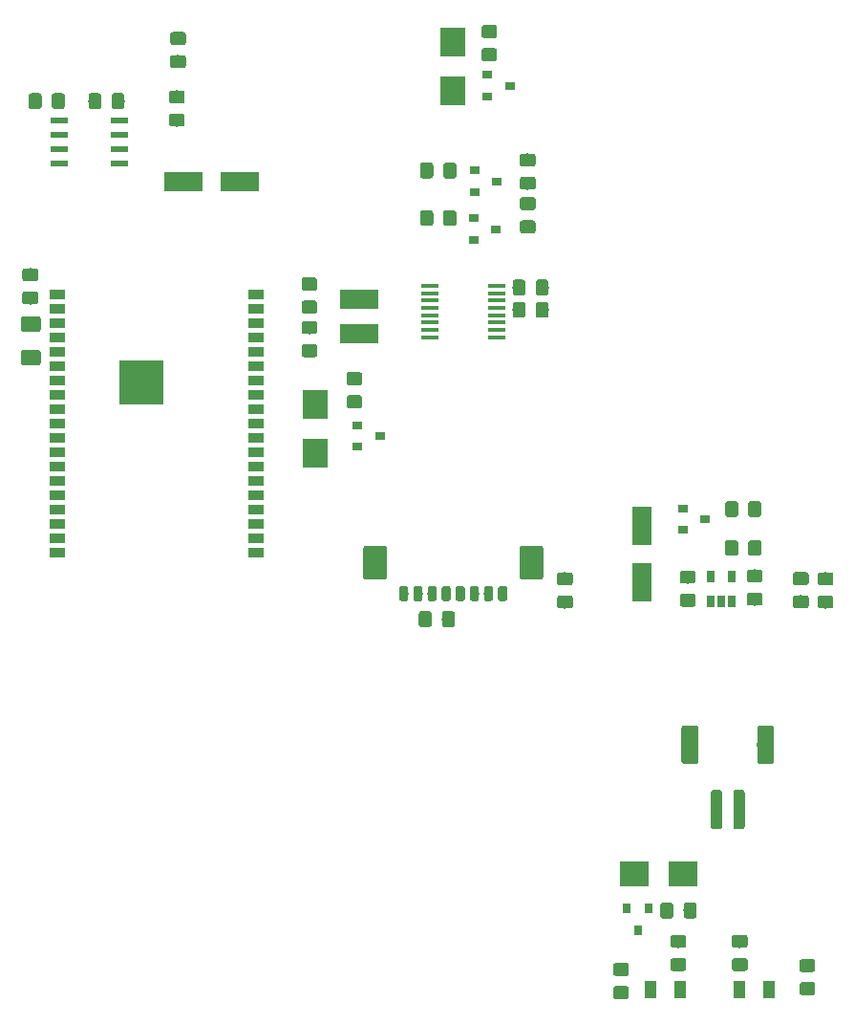
<source format=gtp>
G04 #@! TF.GenerationSoftware,KiCad,Pcbnew,5.0.2-bee76a0~70~ubuntu18.04.1*
G04 #@! TF.CreationDate,2019-02-28T13:46:31+03:00*
G04 #@! TF.ProjectId,sensor-node,73656e73-6f72-42d6-9e6f-64652e6b6963,1*
G04 #@! TF.SameCoordinates,Original*
G04 #@! TF.FileFunction,Paste,Top*
G04 #@! TF.FilePolarity,Positive*
%FSLAX46Y46*%
G04 Gerber Fmt 4.6, Leading zero omitted, Abs format (unit mm)*
G04 Created by KiCad (PCBNEW 5.0.2-bee76a0~70~ubuntu18.04.1) date Thu 28 Feb 2019 13:46:31 EAT*
%MOMM*%
%LPD*%
G01*
G04 APERTURE LIST*
%ADD10C,0.100000*%
%ADD11R,1.800000X3.500000*%
%ADD12R,0.900000X0.800000*%
%ADD13C,1.150000*%
%ADD14R,1.550000X0.600000*%
%ADD15C,1.500000*%
%ADD16C,1.000000*%
%ADD17R,0.650000X1.060000*%
%ADD18R,2.300000X2.500000*%
%ADD19R,2.500000X2.300000*%
%ADD20C,1.425000*%
%ADD21C,2.100000*%
%ADD22C,0.800000*%
%ADD23R,3.500000X1.800000*%
%ADD24R,1.450000X0.930000*%
%ADD25R,4.000000X4.000000*%
%ADD26R,1.500000X0.450000*%
%ADD27R,0.800000X0.900000*%
%ADD28R,3.400000X1.800000*%
%ADD29R,1.000000X1.500000*%
G04 APERTURE END LIST*
D10*
G04 #@! TO.C,U3*
G36*
X105682530Y-99611000D02*
X108216000Y-99611000D01*
X108216000Y-102142044D01*
X105682530Y-102142044D01*
X105682530Y-99611000D01*
G37*
G04 #@! TD*
D11*
G04 #@! TO.C,D17*
X151384000Y-118578000D03*
X151384000Y-113578000D03*
G04 #@! TD*
D12*
G04 #@! TO.C,Q9*
X154956000Y-112080000D03*
X154956000Y-113980000D03*
X156956000Y-113030000D03*
G04 #@! TD*
D10*
G04 #@! TO.C,C18*
G36*
X99968305Y-75298004D02*
X99992573Y-75301604D01*
X100016372Y-75307565D01*
X100039471Y-75315830D01*
X100061650Y-75326320D01*
X100082693Y-75338932D01*
X100102399Y-75353547D01*
X100120577Y-75370023D01*
X100137053Y-75388201D01*
X100151668Y-75407907D01*
X100164280Y-75428950D01*
X100174770Y-75451129D01*
X100183035Y-75474228D01*
X100188996Y-75498027D01*
X100192596Y-75522295D01*
X100193800Y-75546799D01*
X100193800Y-76446801D01*
X100192596Y-76471305D01*
X100188996Y-76495573D01*
X100183035Y-76519372D01*
X100174770Y-76542471D01*
X100164280Y-76564650D01*
X100151668Y-76585693D01*
X100137053Y-76605399D01*
X100120577Y-76623577D01*
X100102399Y-76640053D01*
X100082693Y-76654668D01*
X100061650Y-76667280D01*
X100039471Y-76677770D01*
X100016372Y-76686035D01*
X99992573Y-76691996D01*
X99968305Y-76695596D01*
X99943801Y-76696800D01*
X99293799Y-76696800D01*
X99269295Y-76695596D01*
X99245027Y-76691996D01*
X99221228Y-76686035D01*
X99198129Y-76677770D01*
X99175950Y-76667280D01*
X99154907Y-76654668D01*
X99135201Y-76640053D01*
X99117023Y-76623577D01*
X99100547Y-76605399D01*
X99085932Y-76585693D01*
X99073320Y-76564650D01*
X99062830Y-76542471D01*
X99054565Y-76519372D01*
X99048604Y-76495573D01*
X99045004Y-76471305D01*
X99043800Y-76446801D01*
X99043800Y-75546799D01*
X99045004Y-75522295D01*
X99048604Y-75498027D01*
X99054565Y-75474228D01*
X99062830Y-75451129D01*
X99073320Y-75428950D01*
X99085932Y-75407907D01*
X99100547Y-75388201D01*
X99117023Y-75370023D01*
X99135201Y-75353547D01*
X99154907Y-75338932D01*
X99175950Y-75326320D01*
X99198129Y-75315830D01*
X99221228Y-75307565D01*
X99245027Y-75301604D01*
X99269295Y-75298004D01*
X99293799Y-75296800D01*
X99943801Y-75296800D01*
X99968305Y-75298004D01*
X99968305Y-75298004D01*
G37*
D13*
X99618800Y-75996800D03*
D10*
G36*
X97918305Y-75298004D02*
X97942573Y-75301604D01*
X97966372Y-75307565D01*
X97989471Y-75315830D01*
X98011650Y-75326320D01*
X98032693Y-75338932D01*
X98052399Y-75353547D01*
X98070577Y-75370023D01*
X98087053Y-75388201D01*
X98101668Y-75407907D01*
X98114280Y-75428950D01*
X98124770Y-75451129D01*
X98133035Y-75474228D01*
X98138996Y-75498027D01*
X98142596Y-75522295D01*
X98143800Y-75546799D01*
X98143800Y-76446801D01*
X98142596Y-76471305D01*
X98138996Y-76495573D01*
X98133035Y-76519372D01*
X98124770Y-76542471D01*
X98114280Y-76564650D01*
X98101668Y-76585693D01*
X98087053Y-76605399D01*
X98070577Y-76623577D01*
X98052399Y-76640053D01*
X98032693Y-76654668D01*
X98011650Y-76667280D01*
X97989471Y-76677770D01*
X97966372Y-76686035D01*
X97942573Y-76691996D01*
X97918305Y-76695596D01*
X97893801Y-76696800D01*
X97243799Y-76696800D01*
X97219295Y-76695596D01*
X97195027Y-76691996D01*
X97171228Y-76686035D01*
X97148129Y-76677770D01*
X97125950Y-76667280D01*
X97104907Y-76654668D01*
X97085201Y-76640053D01*
X97067023Y-76623577D01*
X97050547Y-76605399D01*
X97035932Y-76585693D01*
X97023320Y-76564650D01*
X97012830Y-76542471D01*
X97004565Y-76519372D01*
X96998604Y-76495573D01*
X96995004Y-76471305D01*
X96993800Y-76446801D01*
X96993800Y-75546799D01*
X96995004Y-75522295D01*
X96998604Y-75498027D01*
X97004565Y-75474228D01*
X97012830Y-75451129D01*
X97023320Y-75428950D01*
X97035932Y-75407907D01*
X97050547Y-75388201D01*
X97067023Y-75370023D01*
X97085201Y-75353547D01*
X97104907Y-75338932D01*
X97125950Y-75326320D01*
X97148129Y-75315830D01*
X97171228Y-75307565D01*
X97195027Y-75301604D01*
X97219295Y-75298004D01*
X97243799Y-75296800D01*
X97893801Y-75296800D01*
X97918305Y-75298004D01*
X97918305Y-75298004D01*
G37*
D13*
X97568800Y-75996800D03*
G04 #@! TD*
D10*
G04 #@! TO.C,C17*
G36*
X103210505Y-75298004D02*
X103234773Y-75301604D01*
X103258572Y-75307565D01*
X103281671Y-75315830D01*
X103303850Y-75326320D01*
X103324893Y-75338932D01*
X103344599Y-75353547D01*
X103362777Y-75370023D01*
X103379253Y-75388201D01*
X103393868Y-75407907D01*
X103406480Y-75428950D01*
X103416970Y-75451129D01*
X103425235Y-75474228D01*
X103431196Y-75498027D01*
X103434796Y-75522295D01*
X103436000Y-75546799D01*
X103436000Y-76446801D01*
X103434796Y-76471305D01*
X103431196Y-76495573D01*
X103425235Y-76519372D01*
X103416970Y-76542471D01*
X103406480Y-76564650D01*
X103393868Y-76585693D01*
X103379253Y-76605399D01*
X103362777Y-76623577D01*
X103344599Y-76640053D01*
X103324893Y-76654668D01*
X103303850Y-76667280D01*
X103281671Y-76677770D01*
X103258572Y-76686035D01*
X103234773Y-76691996D01*
X103210505Y-76695596D01*
X103186001Y-76696800D01*
X102535999Y-76696800D01*
X102511495Y-76695596D01*
X102487227Y-76691996D01*
X102463428Y-76686035D01*
X102440329Y-76677770D01*
X102418150Y-76667280D01*
X102397107Y-76654668D01*
X102377401Y-76640053D01*
X102359223Y-76623577D01*
X102342747Y-76605399D01*
X102328132Y-76585693D01*
X102315520Y-76564650D01*
X102305030Y-76542471D01*
X102296765Y-76519372D01*
X102290804Y-76495573D01*
X102287204Y-76471305D01*
X102286000Y-76446801D01*
X102286000Y-75546799D01*
X102287204Y-75522295D01*
X102290804Y-75498027D01*
X102296765Y-75474228D01*
X102305030Y-75451129D01*
X102315520Y-75428950D01*
X102328132Y-75407907D01*
X102342747Y-75388201D01*
X102359223Y-75370023D01*
X102377401Y-75353547D01*
X102397107Y-75338932D01*
X102418150Y-75326320D01*
X102440329Y-75315830D01*
X102463428Y-75307565D01*
X102487227Y-75301604D01*
X102511495Y-75298004D01*
X102535999Y-75296800D01*
X103186001Y-75296800D01*
X103210505Y-75298004D01*
X103210505Y-75298004D01*
G37*
D13*
X102861000Y-75996800D03*
D10*
G36*
X105260505Y-75298004D02*
X105284773Y-75301604D01*
X105308572Y-75307565D01*
X105331671Y-75315830D01*
X105353850Y-75326320D01*
X105374893Y-75338932D01*
X105394599Y-75353547D01*
X105412777Y-75370023D01*
X105429253Y-75388201D01*
X105443868Y-75407907D01*
X105456480Y-75428950D01*
X105466970Y-75451129D01*
X105475235Y-75474228D01*
X105481196Y-75498027D01*
X105484796Y-75522295D01*
X105486000Y-75546799D01*
X105486000Y-76446801D01*
X105484796Y-76471305D01*
X105481196Y-76495573D01*
X105475235Y-76519372D01*
X105466970Y-76542471D01*
X105456480Y-76564650D01*
X105443868Y-76585693D01*
X105429253Y-76605399D01*
X105412777Y-76623577D01*
X105394599Y-76640053D01*
X105374893Y-76654668D01*
X105353850Y-76667280D01*
X105331671Y-76677770D01*
X105308572Y-76686035D01*
X105284773Y-76691996D01*
X105260505Y-76695596D01*
X105236001Y-76696800D01*
X104585999Y-76696800D01*
X104561495Y-76695596D01*
X104537227Y-76691996D01*
X104513428Y-76686035D01*
X104490329Y-76677770D01*
X104468150Y-76667280D01*
X104447107Y-76654668D01*
X104427401Y-76640053D01*
X104409223Y-76623577D01*
X104392747Y-76605399D01*
X104378132Y-76585693D01*
X104365520Y-76564650D01*
X104355030Y-76542471D01*
X104346765Y-76519372D01*
X104340804Y-76495573D01*
X104337204Y-76471305D01*
X104336000Y-76446801D01*
X104336000Y-75546799D01*
X104337204Y-75522295D01*
X104340804Y-75498027D01*
X104346765Y-75474228D01*
X104355030Y-75451129D01*
X104365520Y-75428950D01*
X104378132Y-75407907D01*
X104392747Y-75388201D01*
X104409223Y-75370023D01*
X104427401Y-75353547D01*
X104447107Y-75338932D01*
X104468150Y-75326320D01*
X104490329Y-75315830D01*
X104513428Y-75307565D01*
X104537227Y-75301604D01*
X104561495Y-75298004D01*
X104585999Y-75296800D01*
X105236001Y-75296800D01*
X105260505Y-75298004D01*
X105260505Y-75298004D01*
G37*
D13*
X104911000Y-75996800D03*
G04 #@! TD*
D14*
G04 #@! TO.C,U9*
X99662000Y-77698600D03*
X99662000Y-78968600D03*
X99662000Y-80238600D03*
X99662000Y-81508600D03*
X105062000Y-81508600D03*
X105062000Y-80238600D03*
X105062000Y-78968600D03*
X105062000Y-77698600D03*
G04 #@! TD*
D10*
G04 #@! TO.C,C14*
G36*
X110710505Y-71926804D02*
X110734773Y-71930404D01*
X110758572Y-71936365D01*
X110781671Y-71944630D01*
X110803850Y-71955120D01*
X110824893Y-71967732D01*
X110844599Y-71982347D01*
X110862777Y-71998823D01*
X110879253Y-72017001D01*
X110893868Y-72036707D01*
X110906480Y-72057750D01*
X110916970Y-72079929D01*
X110925235Y-72103028D01*
X110931196Y-72126827D01*
X110934796Y-72151095D01*
X110936000Y-72175599D01*
X110936000Y-72825601D01*
X110934796Y-72850105D01*
X110931196Y-72874373D01*
X110925235Y-72898172D01*
X110916970Y-72921271D01*
X110906480Y-72943450D01*
X110893868Y-72964493D01*
X110879253Y-72984199D01*
X110862777Y-73002377D01*
X110844599Y-73018853D01*
X110824893Y-73033468D01*
X110803850Y-73046080D01*
X110781671Y-73056570D01*
X110758572Y-73064835D01*
X110734773Y-73070796D01*
X110710505Y-73074396D01*
X110686001Y-73075600D01*
X109785999Y-73075600D01*
X109761495Y-73074396D01*
X109737227Y-73070796D01*
X109713428Y-73064835D01*
X109690329Y-73056570D01*
X109668150Y-73046080D01*
X109647107Y-73033468D01*
X109627401Y-73018853D01*
X109609223Y-73002377D01*
X109592747Y-72984199D01*
X109578132Y-72964493D01*
X109565520Y-72943450D01*
X109555030Y-72921271D01*
X109546765Y-72898172D01*
X109540804Y-72874373D01*
X109537204Y-72850105D01*
X109536000Y-72825601D01*
X109536000Y-72175599D01*
X109537204Y-72151095D01*
X109540804Y-72126827D01*
X109546765Y-72103028D01*
X109555030Y-72079929D01*
X109565520Y-72057750D01*
X109578132Y-72036707D01*
X109592747Y-72017001D01*
X109609223Y-71998823D01*
X109627401Y-71982347D01*
X109647107Y-71967732D01*
X109668150Y-71955120D01*
X109690329Y-71944630D01*
X109713428Y-71936365D01*
X109737227Y-71930404D01*
X109761495Y-71926804D01*
X109785999Y-71925600D01*
X110686001Y-71925600D01*
X110710505Y-71926804D01*
X110710505Y-71926804D01*
G37*
D13*
X110236000Y-72500600D03*
D10*
G36*
X110710505Y-69876804D02*
X110734773Y-69880404D01*
X110758572Y-69886365D01*
X110781671Y-69894630D01*
X110803850Y-69905120D01*
X110824893Y-69917732D01*
X110844599Y-69932347D01*
X110862777Y-69948823D01*
X110879253Y-69967001D01*
X110893868Y-69986707D01*
X110906480Y-70007750D01*
X110916970Y-70029929D01*
X110925235Y-70053028D01*
X110931196Y-70076827D01*
X110934796Y-70101095D01*
X110936000Y-70125599D01*
X110936000Y-70775601D01*
X110934796Y-70800105D01*
X110931196Y-70824373D01*
X110925235Y-70848172D01*
X110916970Y-70871271D01*
X110906480Y-70893450D01*
X110893868Y-70914493D01*
X110879253Y-70934199D01*
X110862777Y-70952377D01*
X110844599Y-70968853D01*
X110824893Y-70983468D01*
X110803850Y-70996080D01*
X110781671Y-71006570D01*
X110758572Y-71014835D01*
X110734773Y-71020796D01*
X110710505Y-71024396D01*
X110686001Y-71025600D01*
X109785999Y-71025600D01*
X109761495Y-71024396D01*
X109737227Y-71020796D01*
X109713428Y-71014835D01*
X109690329Y-71006570D01*
X109668150Y-70996080D01*
X109647107Y-70983468D01*
X109627401Y-70968853D01*
X109609223Y-70952377D01*
X109592747Y-70934199D01*
X109578132Y-70914493D01*
X109565520Y-70893450D01*
X109555030Y-70871271D01*
X109546765Y-70848172D01*
X109540804Y-70824373D01*
X109537204Y-70800105D01*
X109536000Y-70775601D01*
X109536000Y-70125599D01*
X109537204Y-70101095D01*
X109540804Y-70076827D01*
X109546765Y-70053028D01*
X109555030Y-70029929D01*
X109565520Y-70007750D01*
X109578132Y-69986707D01*
X109592747Y-69967001D01*
X109609223Y-69948823D01*
X109627401Y-69932347D01*
X109647107Y-69917732D01*
X109668150Y-69905120D01*
X109690329Y-69894630D01*
X109713428Y-69886365D01*
X109737227Y-69880404D01*
X109761495Y-69876804D01*
X109785999Y-69875600D01*
X110686001Y-69875600D01*
X110710505Y-69876804D01*
X110710505Y-69876804D01*
G37*
D13*
X110236000Y-70450600D03*
G04 #@! TD*
D10*
G04 #@! TO.C,C15*
G36*
X161815305Y-119526404D02*
X161839573Y-119530004D01*
X161863372Y-119535965D01*
X161886471Y-119544230D01*
X161908650Y-119554720D01*
X161929693Y-119567332D01*
X161949399Y-119581947D01*
X161967577Y-119598423D01*
X161984053Y-119616601D01*
X161998668Y-119636307D01*
X162011280Y-119657350D01*
X162021770Y-119679529D01*
X162030035Y-119702628D01*
X162035996Y-119726427D01*
X162039596Y-119750695D01*
X162040800Y-119775199D01*
X162040800Y-120425201D01*
X162039596Y-120449705D01*
X162035996Y-120473973D01*
X162030035Y-120497772D01*
X162021770Y-120520871D01*
X162011280Y-120543050D01*
X161998668Y-120564093D01*
X161984053Y-120583799D01*
X161967577Y-120601977D01*
X161949399Y-120618453D01*
X161929693Y-120633068D01*
X161908650Y-120645680D01*
X161886471Y-120656170D01*
X161863372Y-120664435D01*
X161839573Y-120670396D01*
X161815305Y-120673996D01*
X161790801Y-120675200D01*
X160890799Y-120675200D01*
X160866295Y-120673996D01*
X160842027Y-120670396D01*
X160818228Y-120664435D01*
X160795129Y-120656170D01*
X160772950Y-120645680D01*
X160751907Y-120633068D01*
X160732201Y-120618453D01*
X160714023Y-120601977D01*
X160697547Y-120583799D01*
X160682932Y-120564093D01*
X160670320Y-120543050D01*
X160659830Y-120520871D01*
X160651565Y-120497772D01*
X160645604Y-120473973D01*
X160642004Y-120449705D01*
X160640800Y-120425201D01*
X160640800Y-119775199D01*
X160642004Y-119750695D01*
X160645604Y-119726427D01*
X160651565Y-119702628D01*
X160659830Y-119679529D01*
X160670320Y-119657350D01*
X160682932Y-119636307D01*
X160697547Y-119616601D01*
X160714023Y-119598423D01*
X160732201Y-119581947D01*
X160751907Y-119567332D01*
X160772950Y-119554720D01*
X160795129Y-119544230D01*
X160818228Y-119535965D01*
X160842027Y-119530004D01*
X160866295Y-119526404D01*
X160890799Y-119525200D01*
X161790801Y-119525200D01*
X161815305Y-119526404D01*
X161815305Y-119526404D01*
G37*
D13*
X161340800Y-120100200D03*
D10*
G36*
X161815305Y-117476404D02*
X161839573Y-117480004D01*
X161863372Y-117485965D01*
X161886471Y-117494230D01*
X161908650Y-117504720D01*
X161929693Y-117517332D01*
X161949399Y-117531947D01*
X161967577Y-117548423D01*
X161984053Y-117566601D01*
X161998668Y-117586307D01*
X162011280Y-117607350D01*
X162021770Y-117629529D01*
X162030035Y-117652628D01*
X162035996Y-117676427D01*
X162039596Y-117700695D01*
X162040800Y-117725199D01*
X162040800Y-118375201D01*
X162039596Y-118399705D01*
X162035996Y-118423973D01*
X162030035Y-118447772D01*
X162021770Y-118470871D01*
X162011280Y-118493050D01*
X161998668Y-118514093D01*
X161984053Y-118533799D01*
X161967577Y-118551977D01*
X161949399Y-118568453D01*
X161929693Y-118583068D01*
X161908650Y-118595680D01*
X161886471Y-118606170D01*
X161863372Y-118614435D01*
X161839573Y-118620396D01*
X161815305Y-118623996D01*
X161790801Y-118625200D01*
X160890799Y-118625200D01*
X160866295Y-118623996D01*
X160842027Y-118620396D01*
X160818228Y-118614435D01*
X160795129Y-118606170D01*
X160772950Y-118595680D01*
X160751907Y-118583068D01*
X160732201Y-118568453D01*
X160714023Y-118551977D01*
X160697547Y-118533799D01*
X160682932Y-118514093D01*
X160670320Y-118493050D01*
X160659830Y-118470871D01*
X160651565Y-118447772D01*
X160645604Y-118423973D01*
X160642004Y-118399705D01*
X160640800Y-118375201D01*
X160640800Y-117725199D01*
X160642004Y-117700695D01*
X160645604Y-117676427D01*
X160651565Y-117652628D01*
X160659830Y-117629529D01*
X160670320Y-117607350D01*
X160682932Y-117586307D01*
X160697547Y-117566601D01*
X160714023Y-117548423D01*
X160732201Y-117531947D01*
X160751907Y-117517332D01*
X160772950Y-117504720D01*
X160795129Y-117494230D01*
X160818228Y-117485965D01*
X160842027Y-117480004D01*
X160866295Y-117476404D01*
X160890799Y-117475200D01*
X161790801Y-117475200D01*
X161815305Y-117476404D01*
X161815305Y-117476404D01*
G37*
D13*
X161340800Y-118050200D03*
G04 #@! TD*
D10*
G04 #@! TO.C,C16*
G36*
X159649305Y-114871204D02*
X159673573Y-114874804D01*
X159697372Y-114880765D01*
X159720471Y-114889030D01*
X159742650Y-114899520D01*
X159763693Y-114912132D01*
X159783399Y-114926747D01*
X159801577Y-114943223D01*
X159818053Y-114961401D01*
X159832668Y-114981107D01*
X159845280Y-115002150D01*
X159855770Y-115024329D01*
X159864035Y-115047428D01*
X159869996Y-115071227D01*
X159873596Y-115095495D01*
X159874800Y-115119999D01*
X159874800Y-116020001D01*
X159873596Y-116044505D01*
X159869996Y-116068773D01*
X159864035Y-116092572D01*
X159855770Y-116115671D01*
X159845280Y-116137850D01*
X159832668Y-116158893D01*
X159818053Y-116178599D01*
X159801577Y-116196777D01*
X159783399Y-116213253D01*
X159763693Y-116227868D01*
X159742650Y-116240480D01*
X159720471Y-116250970D01*
X159697372Y-116259235D01*
X159673573Y-116265196D01*
X159649305Y-116268796D01*
X159624801Y-116270000D01*
X158974799Y-116270000D01*
X158950295Y-116268796D01*
X158926027Y-116265196D01*
X158902228Y-116259235D01*
X158879129Y-116250970D01*
X158856950Y-116240480D01*
X158835907Y-116227868D01*
X158816201Y-116213253D01*
X158798023Y-116196777D01*
X158781547Y-116178599D01*
X158766932Y-116158893D01*
X158754320Y-116137850D01*
X158743830Y-116115671D01*
X158735565Y-116092572D01*
X158729604Y-116068773D01*
X158726004Y-116044505D01*
X158724800Y-116020001D01*
X158724800Y-115119999D01*
X158726004Y-115095495D01*
X158729604Y-115071227D01*
X158735565Y-115047428D01*
X158743830Y-115024329D01*
X158754320Y-115002150D01*
X158766932Y-114981107D01*
X158781547Y-114961401D01*
X158798023Y-114943223D01*
X158816201Y-114926747D01*
X158835907Y-114912132D01*
X158856950Y-114899520D01*
X158879129Y-114889030D01*
X158902228Y-114880765D01*
X158926027Y-114874804D01*
X158950295Y-114871204D01*
X158974799Y-114870000D01*
X159624801Y-114870000D01*
X159649305Y-114871204D01*
X159649305Y-114871204D01*
G37*
D13*
X159299800Y-115570000D03*
D10*
G36*
X161699305Y-114871204D02*
X161723573Y-114874804D01*
X161747372Y-114880765D01*
X161770471Y-114889030D01*
X161792650Y-114899520D01*
X161813693Y-114912132D01*
X161833399Y-114926747D01*
X161851577Y-114943223D01*
X161868053Y-114961401D01*
X161882668Y-114981107D01*
X161895280Y-115002150D01*
X161905770Y-115024329D01*
X161914035Y-115047428D01*
X161919996Y-115071227D01*
X161923596Y-115095495D01*
X161924800Y-115119999D01*
X161924800Y-116020001D01*
X161923596Y-116044505D01*
X161919996Y-116068773D01*
X161914035Y-116092572D01*
X161905770Y-116115671D01*
X161895280Y-116137850D01*
X161882668Y-116158893D01*
X161868053Y-116178599D01*
X161851577Y-116196777D01*
X161833399Y-116213253D01*
X161813693Y-116227868D01*
X161792650Y-116240480D01*
X161770471Y-116250970D01*
X161747372Y-116259235D01*
X161723573Y-116265196D01*
X161699305Y-116268796D01*
X161674801Y-116270000D01*
X161024799Y-116270000D01*
X161000295Y-116268796D01*
X160976027Y-116265196D01*
X160952228Y-116259235D01*
X160929129Y-116250970D01*
X160906950Y-116240480D01*
X160885907Y-116227868D01*
X160866201Y-116213253D01*
X160848023Y-116196777D01*
X160831547Y-116178599D01*
X160816932Y-116158893D01*
X160804320Y-116137850D01*
X160793830Y-116115671D01*
X160785565Y-116092572D01*
X160779604Y-116068773D01*
X160776004Y-116044505D01*
X160774800Y-116020001D01*
X160774800Y-115119999D01*
X160776004Y-115095495D01*
X160779604Y-115071227D01*
X160785565Y-115047428D01*
X160793830Y-115024329D01*
X160804320Y-115002150D01*
X160816932Y-114981107D01*
X160831547Y-114961401D01*
X160848023Y-114943223D01*
X160866201Y-114926747D01*
X160885907Y-114912132D01*
X160906950Y-114899520D01*
X160929129Y-114889030D01*
X160952228Y-114880765D01*
X160976027Y-114874804D01*
X161000295Y-114871204D01*
X161024799Y-114870000D01*
X161674801Y-114870000D01*
X161699305Y-114871204D01*
X161699305Y-114871204D01*
G37*
D13*
X161349800Y-115570000D03*
G04 #@! TD*
D10*
G04 #@! TO.C,BT2*
G36*
X156127704Y-131291204D02*
X156151973Y-131294804D01*
X156175771Y-131300765D01*
X156198871Y-131309030D01*
X156221049Y-131319520D01*
X156242093Y-131332133D01*
X156261798Y-131346747D01*
X156279977Y-131363223D01*
X156296453Y-131381402D01*
X156311067Y-131401107D01*
X156323680Y-131422151D01*
X156334170Y-131444329D01*
X156342435Y-131467429D01*
X156348396Y-131491227D01*
X156351996Y-131515496D01*
X156353200Y-131540000D01*
X156353200Y-134440000D01*
X156351996Y-134464504D01*
X156348396Y-134488773D01*
X156342435Y-134512571D01*
X156334170Y-134535671D01*
X156323680Y-134557849D01*
X156311067Y-134578893D01*
X156296453Y-134598598D01*
X156279977Y-134616777D01*
X156261798Y-134633253D01*
X156242093Y-134647867D01*
X156221049Y-134660480D01*
X156198871Y-134670970D01*
X156175771Y-134679235D01*
X156151973Y-134685196D01*
X156127704Y-134688796D01*
X156103200Y-134690000D01*
X155103200Y-134690000D01*
X155078696Y-134688796D01*
X155054427Y-134685196D01*
X155030629Y-134679235D01*
X155007529Y-134670970D01*
X154985351Y-134660480D01*
X154964307Y-134647867D01*
X154944602Y-134633253D01*
X154926423Y-134616777D01*
X154909947Y-134598598D01*
X154895333Y-134578893D01*
X154882720Y-134557849D01*
X154872230Y-134535671D01*
X154863965Y-134512571D01*
X154858004Y-134488773D01*
X154854404Y-134464504D01*
X154853200Y-134440000D01*
X154853200Y-131540000D01*
X154854404Y-131515496D01*
X154858004Y-131491227D01*
X154863965Y-131467429D01*
X154872230Y-131444329D01*
X154882720Y-131422151D01*
X154895333Y-131401107D01*
X154909947Y-131381402D01*
X154926423Y-131363223D01*
X154944602Y-131346747D01*
X154964307Y-131332133D01*
X154985351Y-131319520D01*
X155007529Y-131309030D01*
X155030629Y-131300765D01*
X155054427Y-131294804D01*
X155078696Y-131291204D01*
X155103200Y-131290000D01*
X156103200Y-131290000D01*
X156127704Y-131291204D01*
X156127704Y-131291204D01*
G37*
D15*
X155603200Y-132990000D03*
D10*
G36*
X162827704Y-131291204D02*
X162851973Y-131294804D01*
X162875771Y-131300765D01*
X162898871Y-131309030D01*
X162921049Y-131319520D01*
X162942093Y-131332133D01*
X162961798Y-131346747D01*
X162979977Y-131363223D01*
X162996453Y-131381402D01*
X163011067Y-131401107D01*
X163023680Y-131422151D01*
X163034170Y-131444329D01*
X163042435Y-131467429D01*
X163048396Y-131491227D01*
X163051996Y-131515496D01*
X163053200Y-131540000D01*
X163053200Y-134440000D01*
X163051996Y-134464504D01*
X163048396Y-134488773D01*
X163042435Y-134512571D01*
X163034170Y-134535671D01*
X163023680Y-134557849D01*
X163011067Y-134578893D01*
X162996453Y-134598598D01*
X162979977Y-134616777D01*
X162961798Y-134633253D01*
X162942093Y-134647867D01*
X162921049Y-134660480D01*
X162898871Y-134670970D01*
X162875771Y-134679235D01*
X162851973Y-134685196D01*
X162827704Y-134688796D01*
X162803200Y-134690000D01*
X161803200Y-134690000D01*
X161778696Y-134688796D01*
X161754427Y-134685196D01*
X161730629Y-134679235D01*
X161707529Y-134670970D01*
X161685351Y-134660480D01*
X161664307Y-134647867D01*
X161644602Y-134633253D01*
X161626423Y-134616777D01*
X161609947Y-134598598D01*
X161595333Y-134578893D01*
X161582720Y-134557849D01*
X161572230Y-134535671D01*
X161563965Y-134512571D01*
X161558004Y-134488773D01*
X161554404Y-134464504D01*
X161553200Y-134440000D01*
X161553200Y-131540000D01*
X161554404Y-131515496D01*
X161558004Y-131491227D01*
X161563965Y-131467429D01*
X161572230Y-131444329D01*
X161582720Y-131422151D01*
X161595333Y-131401107D01*
X161609947Y-131381402D01*
X161626423Y-131363223D01*
X161644602Y-131346747D01*
X161664307Y-131332133D01*
X161685351Y-131319520D01*
X161707529Y-131309030D01*
X161730629Y-131300765D01*
X161754427Y-131294804D01*
X161778696Y-131291204D01*
X161803200Y-131290000D01*
X162803200Y-131290000D01*
X162827704Y-131291204D01*
X162827704Y-131291204D01*
G37*
D15*
X162303200Y-132990000D03*
D10*
G36*
X158227704Y-136991204D02*
X158251973Y-136994804D01*
X158275771Y-137000765D01*
X158298871Y-137009030D01*
X158321049Y-137019520D01*
X158342093Y-137032133D01*
X158361798Y-137046747D01*
X158379977Y-137063223D01*
X158396453Y-137081402D01*
X158411067Y-137101107D01*
X158423680Y-137122151D01*
X158434170Y-137144329D01*
X158442435Y-137167429D01*
X158448396Y-137191227D01*
X158451996Y-137215496D01*
X158453200Y-137240000D01*
X158453200Y-140240000D01*
X158451996Y-140264504D01*
X158448396Y-140288773D01*
X158442435Y-140312571D01*
X158434170Y-140335671D01*
X158423680Y-140357849D01*
X158411067Y-140378893D01*
X158396453Y-140398598D01*
X158379977Y-140416777D01*
X158361798Y-140433253D01*
X158342093Y-140447867D01*
X158321049Y-140460480D01*
X158298871Y-140470970D01*
X158275771Y-140479235D01*
X158251973Y-140485196D01*
X158227704Y-140488796D01*
X158203200Y-140490000D01*
X157703200Y-140490000D01*
X157678696Y-140488796D01*
X157654427Y-140485196D01*
X157630629Y-140479235D01*
X157607529Y-140470970D01*
X157585351Y-140460480D01*
X157564307Y-140447867D01*
X157544602Y-140433253D01*
X157526423Y-140416777D01*
X157509947Y-140398598D01*
X157495333Y-140378893D01*
X157482720Y-140357849D01*
X157472230Y-140335671D01*
X157463965Y-140312571D01*
X157458004Y-140288773D01*
X157454404Y-140264504D01*
X157453200Y-140240000D01*
X157453200Y-137240000D01*
X157454404Y-137215496D01*
X157458004Y-137191227D01*
X157463965Y-137167429D01*
X157472230Y-137144329D01*
X157482720Y-137122151D01*
X157495333Y-137101107D01*
X157509947Y-137081402D01*
X157526423Y-137063223D01*
X157544602Y-137046747D01*
X157564307Y-137032133D01*
X157585351Y-137019520D01*
X157607529Y-137009030D01*
X157630629Y-137000765D01*
X157654427Y-136994804D01*
X157678696Y-136991204D01*
X157703200Y-136990000D01*
X158203200Y-136990000D01*
X158227704Y-136991204D01*
X158227704Y-136991204D01*
G37*
D16*
X157953200Y-138740000D03*
D10*
G36*
X160227704Y-136991204D02*
X160251973Y-136994804D01*
X160275771Y-137000765D01*
X160298871Y-137009030D01*
X160321049Y-137019520D01*
X160342093Y-137032133D01*
X160361798Y-137046747D01*
X160379977Y-137063223D01*
X160396453Y-137081402D01*
X160411067Y-137101107D01*
X160423680Y-137122151D01*
X160434170Y-137144329D01*
X160442435Y-137167429D01*
X160448396Y-137191227D01*
X160451996Y-137215496D01*
X160453200Y-137240000D01*
X160453200Y-140240000D01*
X160451996Y-140264504D01*
X160448396Y-140288773D01*
X160442435Y-140312571D01*
X160434170Y-140335671D01*
X160423680Y-140357849D01*
X160411067Y-140378893D01*
X160396453Y-140398598D01*
X160379977Y-140416777D01*
X160361798Y-140433253D01*
X160342093Y-140447867D01*
X160321049Y-140460480D01*
X160298871Y-140470970D01*
X160275771Y-140479235D01*
X160251973Y-140485196D01*
X160227704Y-140488796D01*
X160203200Y-140490000D01*
X159703200Y-140490000D01*
X159678696Y-140488796D01*
X159654427Y-140485196D01*
X159630629Y-140479235D01*
X159607529Y-140470970D01*
X159585351Y-140460480D01*
X159564307Y-140447867D01*
X159544602Y-140433253D01*
X159526423Y-140416777D01*
X159509947Y-140398598D01*
X159495333Y-140378893D01*
X159482720Y-140357849D01*
X159472230Y-140335671D01*
X159463965Y-140312571D01*
X159458004Y-140288773D01*
X159454404Y-140264504D01*
X159453200Y-140240000D01*
X159453200Y-137240000D01*
X159454404Y-137215496D01*
X159458004Y-137191227D01*
X159463965Y-137167429D01*
X159472230Y-137144329D01*
X159482720Y-137122151D01*
X159495333Y-137101107D01*
X159509947Y-137081402D01*
X159526423Y-137063223D01*
X159544602Y-137046747D01*
X159564307Y-137032133D01*
X159585351Y-137019520D01*
X159607529Y-137009030D01*
X159630629Y-137000765D01*
X159654427Y-136994804D01*
X159678696Y-136991204D01*
X159703200Y-136990000D01*
X160203200Y-136990000D01*
X160227704Y-136991204D01*
X160227704Y-136991204D01*
G37*
D16*
X159953200Y-138740000D03*
G04 #@! TD*
D17*
G04 #@! TO.C,U8*
X157444400Y-120276800D03*
X158394400Y-120276800D03*
X159344400Y-120276800D03*
X159344400Y-118076800D03*
X157444400Y-118076800D03*
G04 #@! TD*
D10*
G04 #@! TO.C,R28*
G36*
X110608905Y-75058404D02*
X110633173Y-75062004D01*
X110656972Y-75067965D01*
X110680071Y-75076230D01*
X110702250Y-75086720D01*
X110723293Y-75099332D01*
X110742999Y-75113947D01*
X110761177Y-75130423D01*
X110777653Y-75148601D01*
X110792268Y-75168307D01*
X110804880Y-75189350D01*
X110815370Y-75211529D01*
X110823635Y-75234628D01*
X110829596Y-75258427D01*
X110833196Y-75282695D01*
X110834400Y-75307199D01*
X110834400Y-75957201D01*
X110833196Y-75981705D01*
X110829596Y-76005973D01*
X110823635Y-76029772D01*
X110815370Y-76052871D01*
X110804880Y-76075050D01*
X110792268Y-76096093D01*
X110777653Y-76115799D01*
X110761177Y-76133977D01*
X110742999Y-76150453D01*
X110723293Y-76165068D01*
X110702250Y-76177680D01*
X110680071Y-76188170D01*
X110656972Y-76196435D01*
X110633173Y-76202396D01*
X110608905Y-76205996D01*
X110584401Y-76207200D01*
X109684399Y-76207200D01*
X109659895Y-76205996D01*
X109635627Y-76202396D01*
X109611828Y-76196435D01*
X109588729Y-76188170D01*
X109566550Y-76177680D01*
X109545507Y-76165068D01*
X109525801Y-76150453D01*
X109507623Y-76133977D01*
X109491147Y-76115799D01*
X109476532Y-76096093D01*
X109463920Y-76075050D01*
X109453430Y-76052871D01*
X109445165Y-76029772D01*
X109439204Y-76005973D01*
X109435604Y-75981705D01*
X109434400Y-75957201D01*
X109434400Y-75307199D01*
X109435604Y-75282695D01*
X109439204Y-75258427D01*
X109445165Y-75234628D01*
X109453430Y-75211529D01*
X109463920Y-75189350D01*
X109476532Y-75168307D01*
X109491147Y-75148601D01*
X109507623Y-75130423D01*
X109525801Y-75113947D01*
X109545507Y-75099332D01*
X109566550Y-75086720D01*
X109588729Y-75076230D01*
X109611828Y-75067965D01*
X109635627Y-75062004D01*
X109659895Y-75058404D01*
X109684399Y-75057200D01*
X110584401Y-75057200D01*
X110608905Y-75058404D01*
X110608905Y-75058404D01*
G37*
D13*
X110134400Y-75632200D03*
D10*
G36*
X110608905Y-77108404D02*
X110633173Y-77112004D01*
X110656972Y-77117965D01*
X110680071Y-77126230D01*
X110702250Y-77136720D01*
X110723293Y-77149332D01*
X110742999Y-77163947D01*
X110761177Y-77180423D01*
X110777653Y-77198601D01*
X110792268Y-77218307D01*
X110804880Y-77239350D01*
X110815370Y-77261529D01*
X110823635Y-77284628D01*
X110829596Y-77308427D01*
X110833196Y-77332695D01*
X110834400Y-77357199D01*
X110834400Y-78007201D01*
X110833196Y-78031705D01*
X110829596Y-78055973D01*
X110823635Y-78079772D01*
X110815370Y-78102871D01*
X110804880Y-78125050D01*
X110792268Y-78146093D01*
X110777653Y-78165799D01*
X110761177Y-78183977D01*
X110742999Y-78200453D01*
X110723293Y-78215068D01*
X110702250Y-78227680D01*
X110680071Y-78238170D01*
X110656972Y-78246435D01*
X110633173Y-78252396D01*
X110608905Y-78255996D01*
X110584401Y-78257200D01*
X109684399Y-78257200D01*
X109659895Y-78255996D01*
X109635627Y-78252396D01*
X109611828Y-78246435D01*
X109588729Y-78238170D01*
X109566550Y-78227680D01*
X109545507Y-78215068D01*
X109525801Y-78200453D01*
X109507623Y-78183977D01*
X109491147Y-78165799D01*
X109476532Y-78146093D01*
X109463920Y-78125050D01*
X109453430Y-78102871D01*
X109445165Y-78079772D01*
X109439204Y-78055973D01*
X109435604Y-78031705D01*
X109434400Y-78007201D01*
X109434400Y-77357199D01*
X109435604Y-77332695D01*
X109439204Y-77308427D01*
X109445165Y-77284628D01*
X109453430Y-77261529D01*
X109463920Y-77239350D01*
X109476532Y-77218307D01*
X109491147Y-77198601D01*
X109507623Y-77180423D01*
X109525801Y-77163947D01*
X109545507Y-77149332D01*
X109566550Y-77136720D01*
X109588729Y-77126230D01*
X109611828Y-77117965D01*
X109635627Y-77112004D01*
X109659895Y-77108404D01*
X109684399Y-77107200D01*
X110584401Y-77107200D01*
X110608905Y-77108404D01*
X110608905Y-77108404D01*
G37*
D13*
X110134400Y-77682200D03*
G04 #@! TD*
D10*
G04 #@! TO.C,R30*
G36*
X155871705Y-119628004D02*
X155895973Y-119631604D01*
X155919772Y-119637565D01*
X155942871Y-119645830D01*
X155965050Y-119656320D01*
X155986093Y-119668932D01*
X156005799Y-119683547D01*
X156023977Y-119700023D01*
X156040453Y-119718201D01*
X156055068Y-119737907D01*
X156067680Y-119758950D01*
X156078170Y-119781129D01*
X156086435Y-119804228D01*
X156092396Y-119828027D01*
X156095996Y-119852295D01*
X156097200Y-119876799D01*
X156097200Y-120526801D01*
X156095996Y-120551305D01*
X156092396Y-120575573D01*
X156086435Y-120599372D01*
X156078170Y-120622471D01*
X156067680Y-120644650D01*
X156055068Y-120665693D01*
X156040453Y-120685399D01*
X156023977Y-120703577D01*
X156005799Y-120720053D01*
X155986093Y-120734668D01*
X155965050Y-120747280D01*
X155942871Y-120757770D01*
X155919772Y-120766035D01*
X155895973Y-120771996D01*
X155871705Y-120775596D01*
X155847201Y-120776800D01*
X154947199Y-120776800D01*
X154922695Y-120775596D01*
X154898427Y-120771996D01*
X154874628Y-120766035D01*
X154851529Y-120757770D01*
X154829350Y-120747280D01*
X154808307Y-120734668D01*
X154788601Y-120720053D01*
X154770423Y-120703577D01*
X154753947Y-120685399D01*
X154739332Y-120665693D01*
X154726720Y-120644650D01*
X154716230Y-120622471D01*
X154707965Y-120599372D01*
X154702004Y-120575573D01*
X154698404Y-120551305D01*
X154697200Y-120526801D01*
X154697200Y-119876799D01*
X154698404Y-119852295D01*
X154702004Y-119828027D01*
X154707965Y-119804228D01*
X154716230Y-119781129D01*
X154726720Y-119758950D01*
X154739332Y-119737907D01*
X154753947Y-119718201D01*
X154770423Y-119700023D01*
X154788601Y-119683547D01*
X154808307Y-119668932D01*
X154829350Y-119656320D01*
X154851529Y-119645830D01*
X154874628Y-119637565D01*
X154898427Y-119631604D01*
X154922695Y-119628004D01*
X154947199Y-119626800D01*
X155847201Y-119626800D01*
X155871705Y-119628004D01*
X155871705Y-119628004D01*
G37*
D13*
X155397200Y-120201800D03*
D10*
G36*
X155871705Y-117578004D02*
X155895973Y-117581604D01*
X155919772Y-117587565D01*
X155942871Y-117595830D01*
X155965050Y-117606320D01*
X155986093Y-117618932D01*
X156005799Y-117633547D01*
X156023977Y-117650023D01*
X156040453Y-117668201D01*
X156055068Y-117687907D01*
X156067680Y-117708950D01*
X156078170Y-117731129D01*
X156086435Y-117754228D01*
X156092396Y-117778027D01*
X156095996Y-117802295D01*
X156097200Y-117826799D01*
X156097200Y-118476801D01*
X156095996Y-118501305D01*
X156092396Y-118525573D01*
X156086435Y-118549372D01*
X156078170Y-118572471D01*
X156067680Y-118594650D01*
X156055068Y-118615693D01*
X156040453Y-118635399D01*
X156023977Y-118653577D01*
X156005799Y-118670053D01*
X155986093Y-118684668D01*
X155965050Y-118697280D01*
X155942871Y-118707770D01*
X155919772Y-118716035D01*
X155895973Y-118721996D01*
X155871705Y-118725596D01*
X155847201Y-118726800D01*
X154947199Y-118726800D01*
X154922695Y-118725596D01*
X154898427Y-118721996D01*
X154874628Y-118716035D01*
X154851529Y-118707770D01*
X154829350Y-118697280D01*
X154808307Y-118684668D01*
X154788601Y-118670053D01*
X154770423Y-118653577D01*
X154753947Y-118635399D01*
X154739332Y-118615693D01*
X154726720Y-118594650D01*
X154716230Y-118572471D01*
X154707965Y-118549372D01*
X154702004Y-118525573D01*
X154698404Y-118501305D01*
X154697200Y-118476801D01*
X154697200Y-117826799D01*
X154698404Y-117802295D01*
X154702004Y-117778027D01*
X154707965Y-117754228D01*
X154716230Y-117731129D01*
X154726720Y-117708950D01*
X154739332Y-117687907D01*
X154753947Y-117668201D01*
X154770423Y-117650023D01*
X154788601Y-117633547D01*
X154808307Y-117618932D01*
X154829350Y-117606320D01*
X154851529Y-117595830D01*
X154874628Y-117587565D01*
X154898427Y-117581604D01*
X154922695Y-117578004D01*
X154947199Y-117576800D01*
X155847201Y-117576800D01*
X155871705Y-117578004D01*
X155871705Y-117578004D01*
G37*
D13*
X155397200Y-118151800D03*
G04 #@! TD*
D10*
G04 #@! TO.C,R31*
G36*
X159649305Y-111416804D02*
X159673573Y-111420404D01*
X159697372Y-111426365D01*
X159720471Y-111434630D01*
X159742650Y-111445120D01*
X159763693Y-111457732D01*
X159783399Y-111472347D01*
X159801577Y-111488823D01*
X159818053Y-111507001D01*
X159832668Y-111526707D01*
X159845280Y-111547750D01*
X159855770Y-111569929D01*
X159864035Y-111593028D01*
X159869996Y-111616827D01*
X159873596Y-111641095D01*
X159874800Y-111665599D01*
X159874800Y-112565601D01*
X159873596Y-112590105D01*
X159869996Y-112614373D01*
X159864035Y-112638172D01*
X159855770Y-112661271D01*
X159845280Y-112683450D01*
X159832668Y-112704493D01*
X159818053Y-112724199D01*
X159801577Y-112742377D01*
X159783399Y-112758853D01*
X159763693Y-112773468D01*
X159742650Y-112786080D01*
X159720471Y-112796570D01*
X159697372Y-112804835D01*
X159673573Y-112810796D01*
X159649305Y-112814396D01*
X159624801Y-112815600D01*
X158974799Y-112815600D01*
X158950295Y-112814396D01*
X158926027Y-112810796D01*
X158902228Y-112804835D01*
X158879129Y-112796570D01*
X158856950Y-112786080D01*
X158835907Y-112773468D01*
X158816201Y-112758853D01*
X158798023Y-112742377D01*
X158781547Y-112724199D01*
X158766932Y-112704493D01*
X158754320Y-112683450D01*
X158743830Y-112661271D01*
X158735565Y-112638172D01*
X158729604Y-112614373D01*
X158726004Y-112590105D01*
X158724800Y-112565601D01*
X158724800Y-111665599D01*
X158726004Y-111641095D01*
X158729604Y-111616827D01*
X158735565Y-111593028D01*
X158743830Y-111569929D01*
X158754320Y-111547750D01*
X158766932Y-111526707D01*
X158781547Y-111507001D01*
X158798023Y-111488823D01*
X158816201Y-111472347D01*
X158835907Y-111457732D01*
X158856950Y-111445120D01*
X158879129Y-111434630D01*
X158902228Y-111426365D01*
X158926027Y-111420404D01*
X158950295Y-111416804D01*
X158974799Y-111415600D01*
X159624801Y-111415600D01*
X159649305Y-111416804D01*
X159649305Y-111416804D01*
G37*
D13*
X159299800Y-112115600D03*
D10*
G36*
X161699305Y-111416804D02*
X161723573Y-111420404D01*
X161747372Y-111426365D01*
X161770471Y-111434630D01*
X161792650Y-111445120D01*
X161813693Y-111457732D01*
X161833399Y-111472347D01*
X161851577Y-111488823D01*
X161868053Y-111507001D01*
X161882668Y-111526707D01*
X161895280Y-111547750D01*
X161905770Y-111569929D01*
X161914035Y-111593028D01*
X161919996Y-111616827D01*
X161923596Y-111641095D01*
X161924800Y-111665599D01*
X161924800Y-112565601D01*
X161923596Y-112590105D01*
X161919996Y-112614373D01*
X161914035Y-112638172D01*
X161905770Y-112661271D01*
X161895280Y-112683450D01*
X161882668Y-112704493D01*
X161868053Y-112724199D01*
X161851577Y-112742377D01*
X161833399Y-112758853D01*
X161813693Y-112773468D01*
X161792650Y-112786080D01*
X161770471Y-112796570D01*
X161747372Y-112804835D01*
X161723573Y-112810796D01*
X161699305Y-112814396D01*
X161674801Y-112815600D01*
X161024799Y-112815600D01*
X161000295Y-112814396D01*
X160976027Y-112810796D01*
X160952228Y-112804835D01*
X160929129Y-112796570D01*
X160906950Y-112786080D01*
X160885907Y-112773468D01*
X160866201Y-112758853D01*
X160848023Y-112742377D01*
X160831547Y-112724199D01*
X160816932Y-112704493D01*
X160804320Y-112683450D01*
X160793830Y-112661271D01*
X160785565Y-112638172D01*
X160779604Y-112614373D01*
X160776004Y-112590105D01*
X160774800Y-112565601D01*
X160774800Y-111665599D01*
X160776004Y-111641095D01*
X160779604Y-111616827D01*
X160785565Y-111593028D01*
X160793830Y-111569929D01*
X160804320Y-111547750D01*
X160816932Y-111526707D01*
X160831547Y-111507001D01*
X160848023Y-111488823D01*
X160866201Y-111472347D01*
X160885907Y-111457732D01*
X160906950Y-111445120D01*
X160929129Y-111434630D01*
X160952228Y-111426365D01*
X160976027Y-111420404D01*
X161000295Y-111416804D01*
X161024799Y-111415600D01*
X161674801Y-111415600D01*
X161699305Y-111416804D01*
X161699305Y-111416804D01*
G37*
D13*
X161349800Y-112115600D03*
G04 #@! TD*
D18*
G04 #@! TO.C,D10*
X134620000Y-75048000D03*
X134620000Y-70748000D03*
G04 #@! TD*
G04 #@! TO.C,D15*
X122428000Y-102879000D03*
X122428000Y-107179000D03*
G04 #@! TD*
D19*
G04 #@! TO.C,D16*
X150707200Y-144424400D03*
X155007200Y-144424400D03*
G04 #@! TD*
D10*
G04 #@! TO.C,C13*
G36*
X142852505Y-91808004D02*
X142876773Y-91811604D01*
X142900572Y-91817565D01*
X142923671Y-91825830D01*
X142945850Y-91836320D01*
X142966893Y-91848932D01*
X142986599Y-91863547D01*
X143004777Y-91880023D01*
X143021253Y-91898201D01*
X143035868Y-91917907D01*
X143048480Y-91938950D01*
X143058970Y-91961129D01*
X143067235Y-91984228D01*
X143073196Y-92008027D01*
X143076796Y-92032295D01*
X143078000Y-92056799D01*
X143078000Y-92956801D01*
X143076796Y-92981305D01*
X143073196Y-93005573D01*
X143067235Y-93029372D01*
X143058970Y-93052471D01*
X143048480Y-93074650D01*
X143035868Y-93095693D01*
X143021253Y-93115399D01*
X143004777Y-93133577D01*
X142986599Y-93150053D01*
X142966893Y-93164668D01*
X142945850Y-93177280D01*
X142923671Y-93187770D01*
X142900572Y-93196035D01*
X142876773Y-93201996D01*
X142852505Y-93205596D01*
X142828001Y-93206800D01*
X142177999Y-93206800D01*
X142153495Y-93205596D01*
X142129227Y-93201996D01*
X142105428Y-93196035D01*
X142082329Y-93187770D01*
X142060150Y-93177280D01*
X142039107Y-93164668D01*
X142019401Y-93150053D01*
X142001223Y-93133577D01*
X141984747Y-93115399D01*
X141970132Y-93095693D01*
X141957520Y-93074650D01*
X141947030Y-93052471D01*
X141938765Y-93029372D01*
X141932804Y-93005573D01*
X141929204Y-92981305D01*
X141928000Y-92956801D01*
X141928000Y-92056799D01*
X141929204Y-92032295D01*
X141932804Y-92008027D01*
X141938765Y-91984228D01*
X141947030Y-91961129D01*
X141957520Y-91938950D01*
X141970132Y-91917907D01*
X141984747Y-91898201D01*
X142001223Y-91880023D01*
X142019401Y-91863547D01*
X142039107Y-91848932D01*
X142060150Y-91836320D01*
X142082329Y-91825830D01*
X142105428Y-91817565D01*
X142129227Y-91811604D01*
X142153495Y-91808004D01*
X142177999Y-91806800D01*
X142828001Y-91806800D01*
X142852505Y-91808004D01*
X142852505Y-91808004D01*
G37*
D13*
X142503000Y-92506800D03*
D10*
G36*
X140802505Y-91808004D02*
X140826773Y-91811604D01*
X140850572Y-91817565D01*
X140873671Y-91825830D01*
X140895850Y-91836320D01*
X140916893Y-91848932D01*
X140936599Y-91863547D01*
X140954777Y-91880023D01*
X140971253Y-91898201D01*
X140985868Y-91917907D01*
X140998480Y-91938950D01*
X141008970Y-91961129D01*
X141017235Y-91984228D01*
X141023196Y-92008027D01*
X141026796Y-92032295D01*
X141028000Y-92056799D01*
X141028000Y-92956801D01*
X141026796Y-92981305D01*
X141023196Y-93005573D01*
X141017235Y-93029372D01*
X141008970Y-93052471D01*
X140998480Y-93074650D01*
X140985868Y-93095693D01*
X140971253Y-93115399D01*
X140954777Y-93133577D01*
X140936599Y-93150053D01*
X140916893Y-93164668D01*
X140895850Y-93177280D01*
X140873671Y-93187770D01*
X140850572Y-93196035D01*
X140826773Y-93201996D01*
X140802505Y-93205596D01*
X140778001Y-93206800D01*
X140127999Y-93206800D01*
X140103495Y-93205596D01*
X140079227Y-93201996D01*
X140055428Y-93196035D01*
X140032329Y-93187770D01*
X140010150Y-93177280D01*
X139989107Y-93164668D01*
X139969401Y-93150053D01*
X139951223Y-93133577D01*
X139934747Y-93115399D01*
X139920132Y-93095693D01*
X139907520Y-93074650D01*
X139897030Y-93052471D01*
X139888765Y-93029372D01*
X139882804Y-93005573D01*
X139879204Y-92981305D01*
X139878000Y-92956801D01*
X139878000Y-92056799D01*
X139879204Y-92032295D01*
X139882804Y-92008027D01*
X139888765Y-91984228D01*
X139897030Y-91961129D01*
X139907520Y-91938950D01*
X139920132Y-91917907D01*
X139934747Y-91898201D01*
X139951223Y-91880023D01*
X139969401Y-91863547D01*
X139989107Y-91848932D01*
X140010150Y-91836320D01*
X140032329Y-91825830D01*
X140055428Y-91817565D01*
X140079227Y-91811604D01*
X140103495Y-91808004D01*
X140127999Y-91806800D01*
X140778001Y-91806800D01*
X140802505Y-91808004D01*
X140802505Y-91808004D01*
G37*
D13*
X140453000Y-92506800D03*
G04 #@! TD*
D10*
G04 #@! TO.C,C1*
G36*
X145000505Y-117730404D02*
X145024773Y-117734004D01*
X145048572Y-117739965D01*
X145071671Y-117748230D01*
X145093850Y-117758720D01*
X145114893Y-117771332D01*
X145134599Y-117785947D01*
X145152777Y-117802423D01*
X145169253Y-117820601D01*
X145183868Y-117840307D01*
X145196480Y-117861350D01*
X145206970Y-117883529D01*
X145215235Y-117906628D01*
X145221196Y-117930427D01*
X145224796Y-117954695D01*
X145226000Y-117979199D01*
X145226000Y-118629201D01*
X145224796Y-118653705D01*
X145221196Y-118677973D01*
X145215235Y-118701772D01*
X145206970Y-118724871D01*
X145196480Y-118747050D01*
X145183868Y-118768093D01*
X145169253Y-118787799D01*
X145152777Y-118805977D01*
X145134599Y-118822453D01*
X145114893Y-118837068D01*
X145093850Y-118849680D01*
X145071671Y-118860170D01*
X145048572Y-118868435D01*
X145024773Y-118874396D01*
X145000505Y-118877996D01*
X144976001Y-118879200D01*
X144075999Y-118879200D01*
X144051495Y-118877996D01*
X144027227Y-118874396D01*
X144003428Y-118868435D01*
X143980329Y-118860170D01*
X143958150Y-118849680D01*
X143937107Y-118837068D01*
X143917401Y-118822453D01*
X143899223Y-118805977D01*
X143882747Y-118787799D01*
X143868132Y-118768093D01*
X143855520Y-118747050D01*
X143845030Y-118724871D01*
X143836765Y-118701772D01*
X143830804Y-118677973D01*
X143827204Y-118653705D01*
X143826000Y-118629201D01*
X143826000Y-117979199D01*
X143827204Y-117954695D01*
X143830804Y-117930427D01*
X143836765Y-117906628D01*
X143845030Y-117883529D01*
X143855520Y-117861350D01*
X143868132Y-117840307D01*
X143882747Y-117820601D01*
X143899223Y-117802423D01*
X143917401Y-117785947D01*
X143937107Y-117771332D01*
X143958150Y-117758720D01*
X143980329Y-117748230D01*
X144003428Y-117739965D01*
X144027227Y-117734004D01*
X144051495Y-117730404D01*
X144075999Y-117729200D01*
X144976001Y-117729200D01*
X145000505Y-117730404D01*
X145000505Y-117730404D01*
G37*
D13*
X144526000Y-118304200D03*
D10*
G36*
X145000505Y-119780404D02*
X145024773Y-119784004D01*
X145048572Y-119789965D01*
X145071671Y-119798230D01*
X145093850Y-119808720D01*
X145114893Y-119821332D01*
X145134599Y-119835947D01*
X145152777Y-119852423D01*
X145169253Y-119870601D01*
X145183868Y-119890307D01*
X145196480Y-119911350D01*
X145206970Y-119933529D01*
X145215235Y-119956628D01*
X145221196Y-119980427D01*
X145224796Y-120004695D01*
X145226000Y-120029199D01*
X145226000Y-120679201D01*
X145224796Y-120703705D01*
X145221196Y-120727973D01*
X145215235Y-120751772D01*
X145206970Y-120774871D01*
X145196480Y-120797050D01*
X145183868Y-120818093D01*
X145169253Y-120837799D01*
X145152777Y-120855977D01*
X145134599Y-120872453D01*
X145114893Y-120887068D01*
X145093850Y-120899680D01*
X145071671Y-120910170D01*
X145048572Y-120918435D01*
X145024773Y-120924396D01*
X145000505Y-120927996D01*
X144976001Y-120929200D01*
X144075999Y-120929200D01*
X144051495Y-120927996D01*
X144027227Y-120924396D01*
X144003428Y-120918435D01*
X143980329Y-120910170D01*
X143958150Y-120899680D01*
X143937107Y-120887068D01*
X143917401Y-120872453D01*
X143899223Y-120855977D01*
X143882747Y-120837799D01*
X143868132Y-120818093D01*
X143855520Y-120797050D01*
X143845030Y-120774871D01*
X143836765Y-120751772D01*
X143830804Y-120727973D01*
X143827204Y-120703705D01*
X143826000Y-120679201D01*
X143826000Y-120029199D01*
X143827204Y-120004695D01*
X143830804Y-119980427D01*
X143836765Y-119956628D01*
X143845030Y-119933529D01*
X143855520Y-119911350D01*
X143868132Y-119890307D01*
X143882747Y-119870601D01*
X143899223Y-119852423D01*
X143917401Y-119835947D01*
X143937107Y-119821332D01*
X143958150Y-119808720D01*
X143980329Y-119798230D01*
X144003428Y-119789965D01*
X144027227Y-119784004D01*
X144051495Y-119780404D01*
X144075999Y-119779200D01*
X144976001Y-119779200D01*
X145000505Y-119780404D01*
X145000505Y-119780404D01*
G37*
D13*
X144526000Y-120354200D03*
G04 #@! TD*
D10*
G04 #@! TO.C,C2*
G36*
X141698505Y-86557204D02*
X141722773Y-86560804D01*
X141746572Y-86566765D01*
X141769671Y-86575030D01*
X141791850Y-86585520D01*
X141812893Y-86598132D01*
X141832599Y-86612747D01*
X141850777Y-86629223D01*
X141867253Y-86647401D01*
X141881868Y-86667107D01*
X141894480Y-86688150D01*
X141904970Y-86710329D01*
X141913235Y-86733428D01*
X141919196Y-86757227D01*
X141922796Y-86781495D01*
X141924000Y-86805999D01*
X141924000Y-87456001D01*
X141922796Y-87480505D01*
X141919196Y-87504773D01*
X141913235Y-87528572D01*
X141904970Y-87551671D01*
X141894480Y-87573850D01*
X141881868Y-87594893D01*
X141867253Y-87614599D01*
X141850777Y-87632777D01*
X141832599Y-87649253D01*
X141812893Y-87663868D01*
X141791850Y-87676480D01*
X141769671Y-87686970D01*
X141746572Y-87695235D01*
X141722773Y-87701196D01*
X141698505Y-87704796D01*
X141674001Y-87706000D01*
X140773999Y-87706000D01*
X140749495Y-87704796D01*
X140725227Y-87701196D01*
X140701428Y-87695235D01*
X140678329Y-87686970D01*
X140656150Y-87676480D01*
X140635107Y-87663868D01*
X140615401Y-87649253D01*
X140597223Y-87632777D01*
X140580747Y-87614599D01*
X140566132Y-87594893D01*
X140553520Y-87573850D01*
X140543030Y-87551671D01*
X140534765Y-87528572D01*
X140528804Y-87504773D01*
X140525204Y-87480505D01*
X140524000Y-87456001D01*
X140524000Y-86805999D01*
X140525204Y-86781495D01*
X140528804Y-86757227D01*
X140534765Y-86733428D01*
X140543030Y-86710329D01*
X140553520Y-86688150D01*
X140566132Y-86667107D01*
X140580747Y-86647401D01*
X140597223Y-86629223D01*
X140615401Y-86612747D01*
X140635107Y-86598132D01*
X140656150Y-86585520D01*
X140678329Y-86575030D01*
X140701428Y-86566765D01*
X140725227Y-86560804D01*
X140749495Y-86557204D01*
X140773999Y-86556000D01*
X141674001Y-86556000D01*
X141698505Y-86557204D01*
X141698505Y-86557204D01*
G37*
D13*
X141224000Y-87131000D03*
D10*
G36*
X141698505Y-84507204D02*
X141722773Y-84510804D01*
X141746572Y-84516765D01*
X141769671Y-84525030D01*
X141791850Y-84535520D01*
X141812893Y-84548132D01*
X141832599Y-84562747D01*
X141850777Y-84579223D01*
X141867253Y-84597401D01*
X141881868Y-84617107D01*
X141894480Y-84638150D01*
X141904970Y-84660329D01*
X141913235Y-84683428D01*
X141919196Y-84707227D01*
X141922796Y-84731495D01*
X141924000Y-84755999D01*
X141924000Y-85406001D01*
X141922796Y-85430505D01*
X141919196Y-85454773D01*
X141913235Y-85478572D01*
X141904970Y-85501671D01*
X141894480Y-85523850D01*
X141881868Y-85544893D01*
X141867253Y-85564599D01*
X141850777Y-85582777D01*
X141832599Y-85599253D01*
X141812893Y-85613868D01*
X141791850Y-85626480D01*
X141769671Y-85636970D01*
X141746572Y-85645235D01*
X141722773Y-85651196D01*
X141698505Y-85654796D01*
X141674001Y-85656000D01*
X140773999Y-85656000D01*
X140749495Y-85654796D01*
X140725227Y-85651196D01*
X140701428Y-85645235D01*
X140678329Y-85636970D01*
X140656150Y-85626480D01*
X140635107Y-85613868D01*
X140615401Y-85599253D01*
X140597223Y-85582777D01*
X140580747Y-85564599D01*
X140566132Y-85544893D01*
X140553520Y-85523850D01*
X140543030Y-85501671D01*
X140534765Y-85478572D01*
X140528804Y-85454773D01*
X140525204Y-85430505D01*
X140524000Y-85406001D01*
X140524000Y-84755999D01*
X140525204Y-84731495D01*
X140528804Y-84707227D01*
X140534765Y-84683428D01*
X140543030Y-84660329D01*
X140553520Y-84638150D01*
X140566132Y-84617107D01*
X140580747Y-84597401D01*
X140597223Y-84579223D01*
X140615401Y-84562747D01*
X140635107Y-84548132D01*
X140656150Y-84535520D01*
X140678329Y-84525030D01*
X140701428Y-84516765D01*
X140725227Y-84510804D01*
X140749495Y-84507204D01*
X140773999Y-84506000D01*
X141674001Y-84506000D01*
X141698505Y-84507204D01*
X141698505Y-84507204D01*
G37*
D13*
X141224000Y-85081000D03*
G04 #@! TD*
D10*
G04 #@! TO.C,C4*
G36*
X97604105Y-92856404D02*
X97628373Y-92860004D01*
X97652172Y-92865965D01*
X97675271Y-92874230D01*
X97697450Y-92884720D01*
X97718493Y-92897332D01*
X97738199Y-92911947D01*
X97756377Y-92928423D01*
X97772853Y-92946601D01*
X97787468Y-92966307D01*
X97800080Y-92987350D01*
X97810570Y-93009529D01*
X97818835Y-93032628D01*
X97824796Y-93056427D01*
X97828396Y-93080695D01*
X97829600Y-93105199D01*
X97829600Y-93755201D01*
X97828396Y-93779705D01*
X97824796Y-93803973D01*
X97818835Y-93827772D01*
X97810570Y-93850871D01*
X97800080Y-93873050D01*
X97787468Y-93894093D01*
X97772853Y-93913799D01*
X97756377Y-93931977D01*
X97738199Y-93948453D01*
X97718493Y-93963068D01*
X97697450Y-93975680D01*
X97675271Y-93986170D01*
X97652172Y-93994435D01*
X97628373Y-94000396D01*
X97604105Y-94003996D01*
X97579601Y-94005200D01*
X96679599Y-94005200D01*
X96655095Y-94003996D01*
X96630827Y-94000396D01*
X96607028Y-93994435D01*
X96583929Y-93986170D01*
X96561750Y-93975680D01*
X96540707Y-93963068D01*
X96521001Y-93948453D01*
X96502823Y-93931977D01*
X96486347Y-93913799D01*
X96471732Y-93894093D01*
X96459120Y-93873050D01*
X96448630Y-93850871D01*
X96440365Y-93827772D01*
X96434404Y-93803973D01*
X96430804Y-93779705D01*
X96429600Y-93755201D01*
X96429600Y-93105199D01*
X96430804Y-93080695D01*
X96434404Y-93056427D01*
X96440365Y-93032628D01*
X96448630Y-93009529D01*
X96459120Y-92987350D01*
X96471732Y-92966307D01*
X96486347Y-92946601D01*
X96502823Y-92928423D01*
X96521001Y-92911947D01*
X96540707Y-92897332D01*
X96561750Y-92884720D01*
X96583929Y-92874230D01*
X96607028Y-92865965D01*
X96630827Y-92860004D01*
X96655095Y-92856404D01*
X96679599Y-92855200D01*
X97579601Y-92855200D01*
X97604105Y-92856404D01*
X97604105Y-92856404D01*
G37*
D13*
X97129600Y-93430200D03*
D10*
G36*
X97604105Y-90806404D02*
X97628373Y-90810004D01*
X97652172Y-90815965D01*
X97675271Y-90824230D01*
X97697450Y-90834720D01*
X97718493Y-90847332D01*
X97738199Y-90861947D01*
X97756377Y-90878423D01*
X97772853Y-90896601D01*
X97787468Y-90916307D01*
X97800080Y-90937350D01*
X97810570Y-90959529D01*
X97818835Y-90982628D01*
X97824796Y-91006427D01*
X97828396Y-91030695D01*
X97829600Y-91055199D01*
X97829600Y-91705201D01*
X97828396Y-91729705D01*
X97824796Y-91753973D01*
X97818835Y-91777772D01*
X97810570Y-91800871D01*
X97800080Y-91823050D01*
X97787468Y-91844093D01*
X97772853Y-91863799D01*
X97756377Y-91881977D01*
X97738199Y-91898453D01*
X97718493Y-91913068D01*
X97697450Y-91925680D01*
X97675271Y-91936170D01*
X97652172Y-91944435D01*
X97628373Y-91950396D01*
X97604105Y-91953996D01*
X97579601Y-91955200D01*
X96679599Y-91955200D01*
X96655095Y-91953996D01*
X96630827Y-91950396D01*
X96607028Y-91944435D01*
X96583929Y-91936170D01*
X96561750Y-91925680D01*
X96540707Y-91913068D01*
X96521001Y-91898453D01*
X96502823Y-91881977D01*
X96486347Y-91863799D01*
X96471732Y-91844093D01*
X96459120Y-91823050D01*
X96448630Y-91800871D01*
X96440365Y-91777772D01*
X96434404Y-91753973D01*
X96430804Y-91729705D01*
X96429600Y-91705201D01*
X96429600Y-91055199D01*
X96430804Y-91030695D01*
X96434404Y-91006427D01*
X96440365Y-90982628D01*
X96448630Y-90959529D01*
X96459120Y-90937350D01*
X96471732Y-90916307D01*
X96486347Y-90896601D01*
X96502823Y-90878423D01*
X96521001Y-90861947D01*
X96540707Y-90847332D01*
X96561750Y-90834720D01*
X96583929Y-90824230D01*
X96607028Y-90815965D01*
X96630827Y-90810004D01*
X96655095Y-90806404D01*
X96679599Y-90805200D01*
X97579601Y-90805200D01*
X97604105Y-90806404D01*
X97604105Y-90806404D01*
G37*
D13*
X97129600Y-91380200D03*
G04 #@! TD*
D10*
G04 #@! TO.C,C5*
G36*
X165904705Y-119755004D02*
X165928973Y-119758604D01*
X165952772Y-119764565D01*
X165975871Y-119772830D01*
X165998050Y-119783320D01*
X166019093Y-119795932D01*
X166038799Y-119810547D01*
X166056977Y-119827023D01*
X166073453Y-119845201D01*
X166088068Y-119864907D01*
X166100680Y-119885950D01*
X166111170Y-119908129D01*
X166119435Y-119931228D01*
X166125396Y-119955027D01*
X166128996Y-119979295D01*
X166130200Y-120003799D01*
X166130200Y-120653801D01*
X166128996Y-120678305D01*
X166125396Y-120702573D01*
X166119435Y-120726372D01*
X166111170Y-120749471D01*
X166100680Y-120771650D01*
X166088068Y-120792693D01*
X166073453Y-120812399D01*
X166056977Y-120830577D01*
X166038799Y-120847053D01*
X166019093Y-120861668D01*
X165998050Y-120874280D01*
X165975871Y-120884770D01*
X165952772Y-120893035D01*
X165928973Y-120898996D01*
X165904705Y-120902596D01*
X165880201Y-120903800D01*
X164980199Y-120903800D01*
X164955695Y-120902596D01*
X164931427Y-120898996D01*
X164907628Y-120893035D01*
X164884529Y-120884770D01*
X164862350Y-120874280D01*
X164841307Y-120861668D01*
X164821601Y-120847053D01*
X164803423Y-120830577D01*
X164786947Y-120812399D01*
X164772332Y-120792693D01*
X164759720Y-120771650D01*
X164749230Y-120749471D01*
X164740965Y-120726372D01*
X164735004Y-120702573D01*
X164731404Y-120678305D01*
X164730200Y-120653801D01*
X164730200Y-120003799D01*
X164731404Y-119979295D01*
X164735004Y-119955027D01*
X164740965Y-119931228D01*
X164749230Y-119908129D01*
X164759720Y-119885950D01*
X164772332Y-119864907D01*
X164786947Y-119845201D01*
X164803423Y-119827023D01*
X164821601Y-119810547D01*
X164841307Y-119795932D01*
X164862350Y-119783320D01*
X164884529Y-119772830D01*
X164907628Y-119764565D01*
X164931427Y-119758604D01*
X164955695Y-119755004D01*
X164980199Y-119753800D01*
X165880201Y-119753800D01*
X165904705Y-119755004D01*
X165904705Y-119755004D01*
G37*
D13*
X165430200Y-120328800D03*
D10*
G36*
X165904705Y-117705004D02*
X165928973Y-117708604D01*
X165952772Y-117714565D01*
X165975871Y-117722830D01*
X165998050Y-117733320D01*
X166019093Y-117745932D01*
X166038799Y-117760547D01*
X166056977Y-117777023D01*
X166073453Y-117795201D01*
X166088068Y-117814907D01*
X166100680Y-117835950D01*
X166111170Y-117858129D01*
X166119435Y-117881228D01*
X166125396Y-117905027D01*
X166128996Y-117929295D01*
X166130200Y-117953799D01*
X166130200Y-118603801D01*
X166128996Y-118628305D01*
X166125396Y-118652573D01*
X166119435Y-118676372D01*
X166111170Y-118699471D01*
X166100680Y-118721650D01*
X166088068Y-118742693D01*
X166073453Y-118762399D01*
X166056977Y-118780577D01*
X166038799Y-118797053D01*
X166019093Y-118811668D01*
X165998050Y-118824280D01*
X165975871Y-118834770D01*
X165952772Y-118843035D01*
X165928973Y-118848996D01*
X165904705Y-118852596D01*
X165880201Y-118853800D01*
X164980199Y-118853800D01*
X164955695Y-118852596D01*
X164931427Y-118848996D01*
X164907628Y-118843035D01*
X164884529Y-118834770D01*
X164862350Y-118824280D01*
X164841307Y-118811668D01*
X164821601Y-118797053D01*
X164803423Y-118780577D01*
X164786947Y-118762399D01*
X164772332Y-118742693D01*
X164759720Y-118721650D01*
X164749230Y-118699471D01*
X164740965Y-118676372D01*
X164735004Y-118652573D01*
X164731404Y-118628305D01*
X164730200Y-118603801D01*
X164730200Y-117953799D01*
X164731404Y-117929295D01*
X164735004Y-117905027D01*
X164740965Y-117881228D01*
X164749230Y-117858129D01*
X164759720Y-117835950D01*
X164772332Y-117814907D01*
X164786947Y-117795201D01*
X164803423Y-117777023D01*
X164821601Y-117760547D01*
X164841307Y-117745932D01*
X164862350Y-117733320D01*
X164884529Y-117722830D01*
X164907628Y-117714565D01*
X164931427Y-117708604D01*
X164955695Y-117705004D01*
X164980199Y-117703800D01*
X165880201Y-117703800D01*
X165904705Y-117705004D01*
X165904705Y-117705004D01*
G37*
D13*
X165430200Y-118278800D03*
G04 #@! TD*
D10*
G04 #@! TO.C,C6*
G36*
X168089105Y-117730404D02*
X168113373Y-117734004D01*
X168137172Y-117739965D01*
X168160271Y-117748230D01*
X168182450Y-117758720D01*
X168203493Y-117771332D01*
X168223199Y-117785947D01*
X168241377Y-117802423D01*
X168257853Y-117820601D01*
X168272468Y-117840307D01*
X168285080Y-117861350D01*
X168295570Y-117883529D01*
X168303835Y-117906628D01*
X168309796Y-117930427D01*
X168313396Y-117954695D01*
X168314600Y-117979199D01*
X168314600Y-118629201D01*
X168313396Y-118653705D01*
X168309796Y-118677973D01*
X168303835Y-118701772D01*
X168295570Y-118724871D01*
X168285080Y-118747050D01*
X168272468Y-118768093D01*
X168257853Y-118787799D01*
X168241377Y-118805977D01*
X168223199Y-118822453D01*
X168203493Y-118837068D01*
X168182450Y-118849680D01*
X168160271Y-118860170D01*
X168137172Y-118868435D01*
X168113373Y-118874396D01*
X168089105Y-118877996D01*
X168064601Y-118879200D01*
X167164599Y-118879200D01*
X167140095Y-118877996D01*
X167115827Y-118874396D01*
X167092028Y-118868435D01*
X167068929Y-118860170D01*
X167046750Y-118849680D01*
X167025707Y-118837068D01*
X167006001Y-118822453D01*
X166987823Y-118805977D01*
X166971347Y-118787799D01*
X166956732Y-118768093D01*
X166944120Y-118747050D01*
X166933630Y-118724871D01*
X166925365Y-118701772D01*
X166919404Y-118677973D01*
X166915804Y-118653705D01*
X166914600Y-118629201D01*
X166914600Y-117979199D01*
X166915804Y-117954695D01*
X166919404Y-117930427D01*
X166925365Y-117906628D01*
X166933630Y-117883529D01*
X166944120Y-117861350D01*
X166956732Y-117840307D01*
X166971347Y-117820601D01*
X166987823Y-117802423D01*
X167006001Y-117785947D01*
X167025707Y-117771332D01*
X167046750Y-117758720D01*
X167068929Y-117748230D01*
X167092028Y-117739965D01*
X167115827Y-117734004D01*
X167140095Y-117730404D01*
X167164599Y-117729200D01*
X168064601Y-117729200D01*
X168089105Y-117730404D01*
X168089105Y-117730404D01*
G37*
D13*
X167614600Y-118304200D03*
D10*
G36*
X168089105Y-119780404D02*
X168113373Y-119784004D01*
X168137172Y-119789965D01*
X168160271Y-119798230D01*
X168182450Y-119808720D01*
X168203493Y-119821332D01*
X168223199Y-119835947D01*
X168241377Y-119852423D01*
X168257853Y-119870601D01*
X168272468Y-119890307D01*
X168285080Y-119911350D01*
X168295570Y-119933529D01*
X168303835Y-119956628D01*
X168309796Y-119980427D01*
X168313396Y-120004695D01*
X168314600Y-120029199D01*
X168314600Y-120679201D01*
X168313396Y-120703705D01*
X168309796Y-120727973D01*
X168303835Y-120751772D01*
X168295570Y-120774871D01*
X168285080Y-120797050D01*
X168272468Y-120818093D01*
X168257853Y-120837799D01*
X168241377Y-120855977D01*
X168223199Y-120872453D01*
X168203493Y-120887068D01*
X168182450Y-120899680D01*
X168160271Y-120910170D01*
X168137172Y-120918435D01*
X168113373Y-120924396D01*
X168089105Y-120927996D01*
X168064601Y-120929200D01*
X167164599Y-120929200D01*
X167140095Y-120927996D01*
X167115827Y-120924396D01*
X167092028Y-120918435D01*
X167068929Y-120910170D01*
X167046750Y-120899680D01*
X167025707Y-120887068D01*
X167006001Y-120872453D01*
X166987823Y-120855977D01*
X166971347Y-120837799D01*
X166956732Y-120818093D01*
X166944120Y-120797050D01*
X166933630Y-120774871D01*
X166925365Y-120751772D01*
X166919404Y-120727973D01*
X166915804Y-120703705D01*
X166914600Y-120679201D01*
X166914600Y-120029199D01*
X166915804Y-120004695D01*
X166919404Y-119980427D01*
X166925365Y-119956628D01*
X166933630Y-119933529D01*
X166944120Y-119911350D01*
X166956732Y-119890307D01*
X166971347Y-119870601D01*
X166987823Y-119852423D01*
X167006001Y-119835947D01*
X167025707Y-119821332D01*
X167046750Y-119808720D01*
X167068929Y-119798230D01*
X167092028Y-119789965D01*
X167115827Y-119784004D01*
X167140095Y-119780404D01*
X167164599Y-119779200D01*
X168064601Y-119779200D01*
X168089105Y-119780404D01*
X168089105Y-119780404D01*
G37*
D13*
X167614600Y-120354200D03*
G04 #@! TD*
D10*
G04 #@! TO.C,C11*
G36*
X134546705Y-121170404D02*
X134570973Y-121174004D01*
X134594772Y-121179965D01*
X134617871Y-121188230D01*
X134640050Y-121198720D01*
X134661093Y-121211332D01*
X134680799Y-121225947D01*
X134698977Y-121242423D01*
X134715453Y-121260601D01*
X134730068Y-121280307D01*
X134742680Y-121301350D01*
X134753170Y-121323529D01*
X134761435Y-121346628D01*
X134767396Y-121370427D01*
X134770996Y-121394695D01*
X134772200Y-121419199D01*
X134772200Y-122319201D01*
X134770996Y-122343705D01*
X134767396Y-122367973D01*
X134761435Y-122391772D01*
X134753170Y-122414871D01*
X134742680Y-122437050D01*
X134730068Y-122458093D01*
X134715453Y-122477799D01*
X134698977Y-122495977D01*
X134680799Y-122512453D01*
X134661093Y-122527068D01*
X134640050Y-122539680D01*
X134617871Y-122550170D01*
X134594772Y-122558435D01*
X134570973Y-122564396D01*
X134546705Y-122567996D01*
X134522201Y-122569200D01*
X133872199Y-122569200D01*
X133847695Y-122567996D01*
X133823427Y-122564396D01*
X133799628Y-122558435D01*
X133776529Y-122550170D01*
X133754350Y-122539680D01*
X133733307Y-122527068D01*
X133713601Y-122512453D01*
X133695423Y-122495977D01*
X133678947Y-122477799D01*
X133664332Y-122458093D01*
X133651720Y-122437050D01*
X133641230Y-122414871D01*
X133632965Y-122391772D01*
X133627004Y-122367973D01*
X133623404Y-122343705D01*
X133622200Y-122319201D01*
X133622200Y-121419199D01*
X133623404Y-121394695D01*
X133627004Y-121370427D01*
X133632965Y-121346628D01*
X133641230Y-121323529D01*
X133651720Y-121301350D01*
X133664332Y-121280307D01*
X133678947Y-121260601D01*
X133695423Y-121242423D01*
X133713601Y-121225947D01*
X133733307Y-121211332D01*
X133754350Y-121198720D01*
X133776529Y-121188230D01*
X133799628Y-121179965D01*
X133823427Y-121174004D01*
X133847695Y-121170404D01*
X133872199Y-121169200D01*
X134522201Y-121169200D01*
X134546705Y-121170404D01*
X134546705Y-121170404D01*
G37*
D13*
X134197200Y-121869200D03*
D10*
G36*
X132496705Y-121170404D02*
X132520973Y-121174004D01*
X132544772Y-121179965D01*
X132567871Y-121188230D01*
X132590050Y-121198720D01*
X132611093Y-121211332D01*
X132630799Y-121225947D01*
X132648977Y-121242423D01*
X132665453Y-121260601D01*
X132680068Y-121280307D01*
X132692680Y-121301350D01*
X132703170Y-121323529D01*
X132711435Y-121346628D01*
X132717396Y-121370427D01*
X132720996Y-121394695D01*
X132722200Y-121419199D01*
X132722200Y-122319201D01*
X132720996Y-122343705D01*
X132717396Y-122367973D01*
X132711435Y-122391772D01*
X132703170Y-122414871D01*
X132692680Y-122437050D01*
X132680068Y-122458093D01*
X132665453Y-122477799D01*
X132648977Y-122495977D01*
X132630799Y-122512453D01*
X132611093Y-122527068D01*
X132590050Y-122539680D01*
X132567871Y-122550170D01*
X132544772Y-122558435D01*
X132520973Y-122564396D01*
X132496705Y-122567996D01*
X132472201Y-122569200D01*
X131822199Y-122569200D01*
X131797695Y-122567996D01*
X131773427Y-122564396D01*
X131749628Y-122558435D01*
X131726529Y-122550170D01*
X131704350Y-122539680D01*
X131683307Y-122527068D01*
X131663601Y-122512453D01*
X131645423Y-122495977D01*
X131628947Y-122477799D01*
X131614332Y-122458093D01*
X131601720Y-122437050D01*
X131591230Y-122414871D01*
X131582965Y-122391772D01*
X131577004Y-122367973D01*
X131573404Y-122343705D01*
X131572200Y-122319201D01*
X131572200Y-121419199D01*
X131573404Y-121394695D01*
X131577004Y-121370427D01*
X131582965Y-121346628D01*
X131591230Y-121323529D01*
X131601720Y-121301350D01*
X131614332Y-121280307D01*
X131628947Y-121260601D01*
X131645423Y-121242423D01*
X131663601Y-121225947D01*
X131683307Y-121211332D01*
X131704350Y-121198720D01*
X131726529Y-121188230D01*
X131749628Y-121179965D01*
X131773427Y-121174004D01*
X131797695Y-121170404D01*
X131822199Y-121169200D01*
X132472201Y-121169200D01*
X132496705Y-121170404D01*
X132496705Y-121170404D01*
G37*
D13*
X132147200Y-121869200D03*
G04 #@! TD*
D10*
G04 #@! TO.C,C3*
G36*
X97829904Y-95032404D02*
X97854173Y-95036004D01*
X97877971Y-95041965D01*
X97901071Y-95050230D01*
X97923249Y-95060720D01*
X97944293Y-95073333D01*
X97963998Y-95087947D01*
X97982177Y-95104423D01*
X97998653Y-95122602D01*
X98013267Y-95142307D01*
X98025880Y-95163351D01*
X98036370Y-95185529D01*
X98044635Y-95208629D01*
X98050596Y-95232427D01*
X98054196Y-95256696D01*
X98055400Y-95281200D01*
X98055400Y-96206200D01*
X98054196Y-96230704D01*
X98050596Y-96254973D01*
X98044635Y-96278771D01*
X98036370Y-96301871D01*
X98025880Y-96324049D01*
X98013267Y-96345093D01*
X97998653Y-96364798D01*
X97982177Y-96382977D01*
X97963998Y-96399453D01*
X97944293Y-96414067D01*
X97923249Y-96426680D01*
X97901071Y-96437170D01*
X97877971Y-96445435D01*
X97854173Y-96451396D01*
X97829904Y-96454996D01*
X97805400Y-96456200D01*
X96555400Y-96456200D01*
X96530896Y-96454996D01*
X96506627Y-96451396D01*
X96482829Y-96445435D01*
X96459729Y-96437170D01*
X96437551Y-96426680D01*
X96416507Y-96414067D01*
X96396802Y-96399453D01*
X96378623Y-96382977D01*
X96362147Y-96364798D01*
X96347533Y-96345093D01*
X96334920Y-96324049D01*
X96324430Y-96301871D01*
X96316165Y-96278771D01*
X96310204Y-96254973D01*
X96306604Y-96230704D01*
X96305400Y-96206200D01*
X96305400Y-95281200D01*
X96306604Y-95256696D01*
X96310204Y-95232427D01*
X96316165Y-95208629D01*
X96324430Y-95185529D01*
X96334920Y-95163351D01*
X96347533Y-95142307D01*
X96362147Y-95122602D01*
X96378623Y-95104423D01*
X96396802Y-95087947D01*
X96416507Y-95073333D01*
X96437551Y-95060720D01*
X96459729Y-95050230D01*
X96482829Y-95041965D01*
X96506627Y-95036004D01*
X96530896Y-95032404D01*
X96555400Y-95031200D01*
X97805400Y-95031200D01*
X97829904Y-95032404D01*
X97829904Y-95032404D01*
G37*
D20*
X97180400Y-95743700D03*
D10*
G36*
X97829904Y-98007404D02*
X97854173Y-98011004D01*
X97877971Y-98016965D01*
X97901071Y-98025230D01*
X97923249Y-98035720D01*
X97944293Y-98048333D01*
X97963998Y-98062947D01*
X97982177Y-98079423D01*
X97998653Y-98097602D01*
X98013267Y-98117307D01*
X98025880Y-98138351D01*
X98036370Y-98160529D01*
X98044635Y-98183629D01*
X98050596Y-98207427D01*
X98054196Y-98231696D01*
X98055400Y-98256200D01*
X98055400Y-99181200D01*
X98054196Y-99205704D01*
X98050596Y-99229973D01*
X98044635Y-99253771D01*
X98036370Y-99276871D01*
X98025880Y-99299049D01*
X98013267Y-99320093D01*
X97998653Y-99339798D01*
X97982177Y-99357977D01*
X97963998Y-99374453D01*
X97944293Y-99389067D01*
X97923249Y-99401680D01*
X97901071Y-99412170D01*
X97877971Y-99420435D01*
X97854173Y-99426396D01*
X97829904Y-99429996D01*
X97805400Y-99431200D01*
X96555400Y-99431200D01*
X96530896Y-99429996D01*
X96506627Y-99426396D01*
X96482829Y-99420435D01*
X96459729Y-99412170D01*
X96437551Y-99401680D01*
X96416507Y-99389067D01*
X96396802Y-99374453D01*
X96378623Y-99357977D01*
X96362147Y-99339798D01*
X96347533Y-99320093D01*
X96334920Y-99299049D01*
X96324430Y-99276871D01*
X96316165Y-99253771D01*
X96310204Y-99229973D01*
X96306604Y-99205704D01*
X96305400Y-99181200D01*
X96305400Y-98256200D01*
X96306604Y-98231696D01*
X96310204Y-98207427D01*
X96316165Y-98183629D01*
X96324430Y-98160529D01*
X96334920Y-98138351D01*
X96347533Y-98117307D01*
X96362147Y-98097602D01*
X96378623Y-98079423D01*
X96396802Y-98062947D01*
X96416507Y-98048333D01*
X96437551Y-98035720D01*
X96459729Y-98025230D01*
X96482829Y-98016965D01*
X96506627Y-98011004D01*
X96530896Y-98007404D01*
X96555400Y-98006200D01*
X97805400Y-98006200D01*
X97829904Y-98007404D01*
X97829904Y-98007404D01*
G37*
D20*
X97180400Y-98718700D03*
G04 #@! TD*
D10*
G04 #@! TO.C,J6*
G36*
X128519504Y-115365204D02*
X128543773Y-115368804D01*
X128567571Y-115374765D01*
X128590671Y-115383030D01*
X128612849Y-115393520D01*
X128633893Y-115406133D01*
X128653598Y-115420747D01*
X128671777Y-115437223D01*
X128688253Y-115455402D01*
X128702867Y-115475107D01*
X128715480Y-115496151D01*
X128725970Y-115518329D01*
X128734235Y-115541429D01*
X128740196Y-115565227D01*
X128743796Y-115589496D01*
X128745000Y-115614000D01*
X128745000Y-118114000D01*
X128743796Y-118138504D01*
X128740196Y-118162773D01*
X128734235Y-118186571D01*
X128725970Y-118209671D01*
X128715480Y-118231849D01*
X128702867Y-118252893D01*
X128688253Y-118272598D01*
X128671777Y-118290777D01*
X128653598Y-118307253D01*
X128633893Y-118321867D01*
X128612849Y-118334480D01*
X128590671Y-118344970D01*
X128567571Y-118353235D01*
X128543773Y-118359196D01*
X128519504Y-118362796D01*
X128495000Y-118364000D01*
X126895000Y-118364000D01*
X126870496Y-118362796D01*
X126846227Y-118359196D01*
X126822429Y-118353235D01*
X126799329Y-118344970D01*
X126777151Y-118334480D01*
X126756107Y-118321867D01*
X126736402Y-118307253D01*
X126718223Y-118290777D01*
X126701747Y-118272598D01*
X126687133Y-118252893D01*
X126674520Y-118231849D01*
X126664030Y-118209671D01*
X126655765Y-118186571D01*
X126649804Y-118162773D01*
X126646204Y-118138504D01*
X126645000Y-118114000D01*
X126645000Y-115614000D01*
X126646204Y-115589496D01*
X126649804Y-115565227D01*
X126655765Y-115541429D01*
X126664030Y-115518329D01*
X126674520Y-115496151D01*
X126687133Y-115475107D01*
X126701747Y-115455402D01*
X126718223Y-115437223D01*
X126736402Y-115420747D01*
X126756107Y-115406133D01*
X126777151Y-115393520D01*
X126799329Y-115383030D01*
X126822429Y-115374765D01*
X126846227Y-115368804D01*
X126870496Y-115365204D01*
X126895000Y-115364000D01*
X128495000Y-115364000D01*
X128519504Y-115365204D01*
X128519504Y-115365204D01*
G37*
D21*
X127695000Y-116864000D03*
D10*
G36*
X142369504Y-115365204D02*
X142393773Y-115368804D01*
X142417571Y-115374765D01*
X142440671Y-115383030D01*
X142462849Y-115393520D01*
X142483893Y-115406133D01*
X142503598Y-115420747D01*
X142521777Y-115437223D01*
X142538253Y-115455402D01*
X142552867Y-115475107D01*
X142565480Y-115496151D01*
X142575970Y-115518329D01*
X142584235Y-115541429D01*
X142590196Y-115565227D01*
X142593796Y-115589496D01*
X142595000Y-115614000D01*
X142595000Y-118114000D01*
X142593796Y-118138504D01*
X142590196Y-118162773D01*
X142584235Y-118186571D01*
X142575970Y-118209671D01*
X142565480Y-118231849D01*
X142552867Y-118252893D01*
X142538253Y-118272598D01*
X142521777Y-118290777D01*
X142503598Y-118307253D01*
X142483893Y-118321867D01*
X142462849Y-118334480D01*
X142440671Y-118344970D01*
X142417571Y-118353235D01*
X142393773Y-118359196D01*
X142369504Y-118362796D01*
X142345000Y-118364000D01*
X140745000Y-118364000D01*
X140720496Y-118362796D01*
X140696227Y-118359196D01*
X140672429Y-118353235D01*
X140649329Y-118344970D01*
X140627151Y-118334480D01*
X140606107Y-118321867D01*
X140586402Y-118307253D01*
X140568223Y-118290777D01*
X140551747Y-118272598D01*
X140537133Y-118252893D01*
X140524520Y-118231849D01*
X140514030Y-118209671D01*
X140505765Y-118186571D01*
X140499804Y-118162773D01*
X140496204Y-118138504D01*
X140495000Y-118114000D01*
X140495000Y-115614000D01*
X140496204Y-115589496D01*
X140499804Y-115565227D01*
X140505765Y-115541429D01*
X140514030Y-115518329D01*
X140524520Y-115496151D01*
X140537133Y-115475107D01*
X140551747Y-115455402D01*
X140568223Y-115437223D01*
X140586402Y-115420747D01*
X140606107Y-115406133D01*
X140627151Y-115393520D01*
X140649329Y-115383030D01*
X140672429Y-115374765D01*
X140696227Y-115368804D01*
X140720496Y-115365204D01*
X140745000Y-115364000D01*
X142345000Y-115364000D01*
X142369504Y-115365204D01*
X142369504Y-115365204D01*
G37*
D21*
X141545000Y-116864000D03*
D10*
G36*
X130464603Y-118964963D02*
X130484018Y-118967843D01*
X130503057Y-118972612D01*
X130521537Y-118979224D01*
X130539279Y-118987616D01*
X130556114Y-118997706D01*
X130571879Y-119009398D01*
X130586421Y-119022579D01*
X130599602Y-119037121D01*
X130611294Y-119052886D01*
X130621384Y-119069721D01*
X130629776Y-119087463D01*
X130636388Y-119105943D01*
X130641157Y-119124982D01*
X130644037Y-119144397D01*
X130645000Y-119164000D01*
X130645000Y-120064000D01*
X130644037Y-120083603D01*
X130641157Y-120103018D01*
X130636388Y-120122057D01*
X130629776Y-120140537D01*
X130621384Y-120158279D01*
X130611294Y-120175114D01*
X130599602Y-120190879D01*
X130586421Y-120205421D01*
X130571879Y-120218602D01*
X130556114Y-120230294D01*
X130539279Y-120240384D01*
X130521537Y-120248776D01*
X130503057Y-120255388D01*
X130484018Y-120260157D01*
X130464603Y-120263037D01*
X130445000Y-120264000D01*
X130045000Y-120264000D01*
X130025397Y-120263037D01*
X130005982Y-120260157D01*
X129986943Y-120255388D01*
X129968463Y-120248776D01*
X129950721Y-120240384D01*
X129933886Y-120230294D01*
X129918121Y-120218602D01*
X129903579Y-120205421D01*
X129890398Y-120190879D01*
X129878706Y-120175114D01*
X129868616Y-120158279D01*
X129860224Y-120140537D01*
X129853612Y-120122057D01*
X129848843Y-120103018D01*
X129845963Y-120083603D01*
X129845000Y-120064000D01*
X129845000Y-119164000D01*
X129845963Y-119144397D01*
X129848843Y-119124982D01*
X129853612Y-119105943D01*
X129860224Y-119087463D01*
X129868616Y-119069721D01*
X129878706Y-119052886D01*
X129890398Y-119037121D01*
X129903579Y-119022579D01*
X129918121Y-119009398D01*
X129933886Y-118997706D01*
X129950721Y-118987616D01*
X129968463Y-118979224D01*
X129986943Y-118972612D01*
X130005982Y-118967843D01*
X130025397Y-118964963D01*
X130045000Y-118964000D01*
X130445000Y-118964000D01*
X130464603Y-118964963D01*
X130464603Y-118964963D01*
G37*
D22*
X130245000Y-119614000D03*
D10*
G36*
X131714603Y-118964963D02*
X131734018Y-118967843D01*
X131753057Y-118972612D01*
X131771537Y-118979224D01*
X131789279Y-118987616D01*
X131806114Y-118997706D01*
X131821879Y-119009398D01*
X131836421Y-119022579D01*
X131849602Y-119037121D01*
X131861294Y-119052886D01*
X131871384Y-119069721D01*
X131879776Y-119087463D01*
X131886388Y-119105943D01*
X131891157Y-119124982D01*
X131894037Y-119144397D01*
X131895000Y-119164000D01*
X131895000Y-120064000D01*
X131894037Y-120083603D01*
X131891157Y-120103018D01*
X131886388Y-120122057D01*
X131879776Y-120140537D01*
X131871384Y-120158279D01*
X131861294Y-120175114D01*
X131849602Y-120190879D01*
X131836421Y-120205421D01*
X131821879Y-120218602D01*
X131806114Y-120230294D01*
X131789279Y-120240384D01*
X131771537Y-120248776D01*
X131753057Y-120255388D01*
X131734018Y-120260157D01*
X131714603Y-120263037D01*
X131695000Y-120264000D01*
X131295000Y-120264000D01*
X131275397Y-120263037D01*
X131255982Y-120260157D01*
X131236943Y-120255388D01*
X131218463Y-120248776D01*
X131200721Y-120240384D01*
X131183886Y-120230294D01*
X131168121Y-120218602D01*
X131153579Y-120205421D01*
X131140398Y-120190879D01*
X131128706Y-120175114D01*
X131118616Y-120158279D01*
X131110224Y-120140537D01*
X131103612Y-120122057D01*
X131098843Y-120103018D01*
X131095963Y-120083603D01*
X131095000Y-120064000D01*
X131095000Y-119164000D01*
X131095963Y-119144397D01*
X131098843Y-119124982D01*
X131103612Y-119105943D01*
X131110224Y-119087463D01*
X131118616Y-119069721D01*
X131128706Y-119052886D01*
X131140398Y-119037121D01*
X131153579Y-119022579D01*
X131168121Y-119009398D01*
X131183886Y-118997706D01*
X131200721Y-118987616D01*
X131218463Y-118979224D01*
X131236943Y-118972612D01*
X131255982Y-118967843D01*
X131275397Y-118964963D01*
X131295000Y-118964000D01*
X131695000Y-118964000D01*
X131714603Y-118964963D01*
X131714603Y-118964963D01*
G37*
D22*
X131495000Y-119614000D03*
D10*
G36*
X132964603Y-118964963D02*
X132984018Y-118967843D01*
X133003057Y-118972612D01*
X133021537Y-118979224D01*
X133039279Y-118987616D01*
X133056114Y-118997706D01*
X133071879Y-119009398D01*
X133086421Y-119022579D01*
X133099602Y-119037121D01*
X133111294Y-119052886D01*
X133121384Y-119069721D01*
X133129776Y-119087463D01*
X133136388Y-119105943D01*
X133141157Y-119124982D01*
X133144037Y-119144397D01*
X133145000Y-119164000D01*
X133145000Y-120064000D01*
X133144037Y-120083603D01*
X133141157Y-120103018D01*
X133136388Y-120122057D01*
X133129776Y-120140537D01*
X133121384Y-120158279D01*
X133111294Y-120175114D01*
X133099602Y-120190879D01*
X133086421Y-120205421D01*
X133071879Y-120218602D01*
X133056114Y-120230294D01*
X133039279Y-120240384D01*
X133021537Y-120248776D01*
X133003057Y-120255388D01*
X132984018Y-120260157D01*
X132964603Y-120263037D01*
X132945000Y-120264000D01*
X132545000Y-120264000D01*
X132525397Y-120263037D01*
X132505982Y-120260157D01*
X132486943Y-120255388D01*
X132468463Y-120248776D01*
X132450721Y-120240384D01*
X132433886Y-120230294D01*
X132418121Y-120218602D01*
X132403579Y-120205421D01*
X132390398Y-120190879D01*
X132378706Y-120175114D01*
X132368616Y-120158279D01*
X132360224Y-120140537D01*
X132353612Y-120122057D01*
X132348843Y-120103018D01*
X132345963Y-120083603D01*
X132345000Y-120064000D01*
X132345000Y-119164000D01*
X132345963Y-119144397D01*
X132348843Y-119124982D01*
X132353612Y-119105943D01*
X132360224Y-119087463D01*
X132368616Y-119069721D01*
X132378706Y-119052886D01*
X132390398Y-119037121D01*
X132403579Y-119022579D01*
X132418121Y-119009398D01*
X132433886Y-118997706D01*
X132450721Y-118987616D01*
X132468463Y-118979224D01*
X132486943Y-118972612D01*
X132505982Y-118967843D01*
X132525397Y-118964963D01*
X132545000Y-118964000D01*
X132945000Y-118964000D01*
X132964603Y-118964963D01*
X132964603Y-118964963D01*
G37*
D22*
X132745000Y-119614000D03*
D10*
G36*
X134214603Y-118964963D02*
X134234018Y-118967843D01*
X134253057Y-118972612D01*
X134271537Y-118979224D01*
X134289279Y-118987616D01*
X134306114Y-118997706D01*
X134321879Y-119009398D01*
X134336421Y-119022579D01*
X134349602Y-119037121D01*
X134361294Y-119052886D01*
X134371384Y-119069721D01*
X134379776Y-119087463D01*
X134386388Y-119105943D01*
X134391157Y-119124982D01*
X134394037Y-119144397D01*
X134395000Y-119164000D01*
X134395000Y-120064000D01*
X134394037Y-120083603D01*
X134391157Y-120103018D01*
X134386388Y-120122057D01*
X134379776Y-120140537D01*
X134371384Y-120158279D01*
X134361294Y-120175114D01*
X134349602Y-120190879D01*
X134336421Y-120205421D01*
X134321879Y-120218602D01*
X134306114Y-120230294D01*
X134289279Y-120240384D01*
X134271537Y-120248776D01*
X134253057Y-120255388D01*
X134234018Y-120260157D01*
X134214603Y-120263037D01*
X134195000Y-120264000D01*
X133795000Y-120264000D01*
X133775397Y-120263037D01*
X133755982Y-120260157D01*
X133736943Y-120255388D01*
X133718463Y-120248776D01*
X133700721Y-120240384D01*
X133683886Y-120230294D01*
X133668121Y-120218602D01*
X133653579Y-120205421D01*
X133640398Y-120190879D01*
X133628706Y-120175114D01*
X133618616Y-120158279D01*
X133610224Y-120140537D01*
X133603612Y-120122057D01*
X133598843Y-120103018D01*
X133595963Y-120083603D01*
X133595000Y-120064000D01*
X133595000Y-119164000D01*
X133595963Y-119144397D01*
X133598843Y-119124982D01*
X133603612Y-119105943D01*
X133610224Y-119087463D01*
X133618616Y-119069721D01*
X133628706Y-119052886D01*
X133640398Y-119037121D01*
X133653579Y-119022579D01*
X133668121Y-119009398D01*
X133683886Y-118997706D01*
X133700721Y-118987616D01*
X133718463Y-118979224D01*
X133736943Y-118972612D01*
X133755982Y-118967843D01*
X133775397Y-118964963D01*
X133795000Y-118964000D01*
X134195000Y-118964000D01*
X134214603Y-118964963D01*
X134214603Y-118964963D01*
G37*
D22*
X133995000Y-119614000D03*
D10*
G36*
X135464603Y-118964963D02*
X135484018Y-118967843D01*
X135503057Y-118972612D01*
X135521537Y-118979224D01*
X135539279Y-118987616D01*
X135556114Y-118997706D01*
X135571879Y-119009398D01*
X135586421Y-119022579D01*
X135599602Y-119037121D01*
X135611294Y-119052886D01*
X135621384Y-119069721D01*
X135629776Y-119087463D01*
X135636388Y-119105943D01*
X135641157Y-119124982D01*
X135644037Y-119144397D01*
X135645000Y-119164000D01*
X135645000Y-120064000D01*
X135644037Y-120083603D01*
X135641157Y-120103018D01*
X135636388Y-120122057D01*
X135629776Y-120140537D01*
X135621384Y-120158279D01*
X135611294Y-120175114D01*
X135599602Y-120190879D01*
X135586421Y-120205421D01*
X135571879Y-120218602D01*
X135556114Y-120230294D01*
X135539279Y-120240384D01*
X135521537Y-120248776D01*
X135503057Y-120255388D01*
X135484018Y-120260157D01*
X135464603Y-120263037D01*
X135445000Y-120264000D01*
X135045000Y-120264000D01*
X135025397Y-120263037D01*
X135005982Y-120260157D01*
X134986943Y-120255388D01*
X134968463Y-120248776D01*
X134950721Y-120240384D01*
X134933886Y-120230294D01*
X134918121Y-120218602D01*
X134903579Y-120205421D01*
X134890398Y-120190879D01*
X134878706Y-120175114D01*
X134868616Y-120158279D01*
X134860224Y-120140537D01*
X134853612Y-120122057D01*
X134848843Y-120103018D01*
X134845963Y-120083603D01*
X134845000Y-120064000D01*
X134845000Y-119164000D01*
X134845963Y-119144397D01*
X134848843Y-119124982D01*
X134853612Y-119105943D01*
X134860224Y-119087463D01*
X134868616Y-119069721D01*
X134878706Y-119052886D01*
X134890398Y-119037121D01*
X134903579Y-119022579D01*
X134918121Y-119009398D01*
X134933886Y-118997706D01*
X134950721Y-118987616D01*
X134968463Y-118979224D01*
X134986943Y-118972612D01*
X135005982Y-118967843D01*
X135025397Y-118964963D01*
X135045000Y-118964000D01*
X135445000Y-118964000D01*
X135464603Y-118964963D01*
X135464603Y-118964963D01*
G37*
D22*
X135245000Y-119614000D03*
D10*
G36*
X136714603Y-118964963D02*
X136734018Y-118967843D01*
X136753057Y-118972612D01*
X136771537Y-118979224D01*
X136789279Y-118987616D01*
X136806114Y-118997706D01*
X136821879Y-119009398D01*
X136836421Y-119022579D01*
X136849602Y-119037121D01*
X136861294Y-119052886D01*
X136871384Y-119069721D01*
X136879776Y-119087463D01*
X136886388Y-119105943D01*
X136891157Y-119124982D01*
X136894037Y-119144397D01*
X136895000Y-119164000D01*
X136895000Y-120064000D01*
X136894037Y-120083603D01*
X136891157Y-120103018D01*
X136886388Y-120122057D01*
X136879776Y-120140537D01*
X136871384Y-120158279D01*
X136861294Y-120175114D01*
X136849602Y-120190879D01*
X136836421Y-120205421D01*
X136821879Y-120218602D01*
X136806114Y-120230294D01*
X136789279Y-120240384D01*
X136771537Y-120248776D01*
X136753057Y-120255388D01*
X136734018Y-120260157D01*
X136714603Y-120263037D01*
X136695000Y-120264000D01*
X136295000Y-120264000D01*
X136275397Y-120263037D01*
X136255982Y-120260157D01*
X136236943Y-120255388D01*
X136218463Y-120248776D01*
X136200721Y-120240384D01*
X136183886Y-120230294D01*
X136168121Y-120218602D01*
X136153579Y-120205421D01*
X136140398Y-120190879D01*
X136128706Y-120175114D01*
X136118616Y-120158279D01*
X136110224Y-120140537D01*
X136103612Y-120122057D01*
X136098843Y-120103018D01*
X136095963Y-120083603D01*
X136095000Y-120064000D01*
X136095000Y-119164000D01*
X136095963Y-119144397D01*
X136098843Y-119124982D01*
X136103612Y-119105943D01*
X136110224Y-119087463D01*
X136118616Y-119069721D01*
X136128706Y-119052886D01*
X136140398Y-119037121D01*
X136153579Y-119022579D01*
X136168121Y-119009398D01*
X136183886Y-118997706D01*
X136200721Y-118987616D01*
X136218463Y-118979224D01*
X136236943Y-118972612D01*
X136255982Y-118967843D01*
X136275397Y-118964963D01*
X136295000Y-118964000D01*
X136695000Y-118964000D01*
X136714603Y-118964963D01*
X136714603Y-118964963D01*
G37*
D22*
X136495000Y-119614000D03*
D10*
G36*
X137964603Y-118964963D02*
X137984018Y-118967843D01*
X138003057Y-118972612D01*
X138021537Y-118979224D01*
X138039279Y-118987616D01*
X138056114Y-118997706D01*
X138071879Y-119009398D01*
X138086421Y-119022579D01*
X138099602Y-119037121D01*
X138111294Y-119052886D01*
X138121384Y-119069721D01*
X138129776Y-119087463D01*
X138136388Y-119105943D01*
X138141157Y-119124982D01*
X138144037Y-119144397D01*
X138145000Y-119164000D01*
X138145000Y-120064000D01*
X138144037Y-120083603D01*
X138141157Y-120103018D01*
X138136388Y-120122057D01*
X138129776Y-120140537D01*
X138121384Y-120158279D01*
X138111294Y-120175114D01*
X138099602Y-120190879D01*
X138086421Y-120205421D01*
X138071879Y-120218602D01*
X138056114Y-120230294D01*
X138039279Y-120240384D01*
X138021537Y-120248776D01*
X138003057Y-120255388D01*
X137984018Y-120260157D01*
X137964603Y-120263037D01*
X137945000Y-120264000D01*
X137545000Y-120264000D01*
X137525397Y-120263037D01*
X137505982Y-120260157D01*
X137486943Y-120255388D01*
X137468463Y-120248776D01*
X137450721Y-120240384D01*
X137433886Y-120230294D01*
X137418121Y-120218602D01*
X137403579Y-120205421D01*
X137390398Y-120190879D01*
X137378706Y-120175114D01*
X137368616Y-120158279D01*
X137360224Y-120140537D01*
X137353612Y-120122057D01*
X137348843Y-120103018D01*
X137345963Y-120083603D01*
X137345000Y-120064000D01*
X137345000Y-119164000D01*
X137345963Y-119144397D01*
X137348843Y-119124982D01*
X137353612Y-119105943D01*
X137360224Y-119087463D01*
X137368616Y-119069721D01*
X137378706Y-119052886D01*
X137390398Y-119037121D01*
X137403579Y-119022579D01*
X137418121Y-119009398D01*
X137433886Y-118997706D01*
X137450721Y-118987616D01*
X137468463Y-118979224D01*
X137486943Y-118972612D01*
X137505982Y-118967843D01*
X137525397Y-118964963D01*
X137545000Y-118964000D01*
X137945000Y-118964000D01*
X137964603Y-118964963D01*
X137964603Y-118964963D01*
G37*
D22*
X137745000Y-119614000D03*
D10*
G36*
X139214603Y-118964963D02*
X139234018Y-118967843D01*
X139253057Y-118972612D01*
X139271537Y-118979224D01*
X139289279Y-118987616D01*
X139306114Y-118997706D01*
X139321879Y-119009398D01*
X139336421Y-119022579D01*
X139349602Y-119037121D01*
X139361294Y-119052886D01*
X139371384Y-119069721D01*
X139379776Y-119087463D01*
X139386388Y-119105943D01*
X139391157Y-119124982D01*
X139394037Y-119144397D01*
X139395000Y-119164000D01*
X139395000Y-120064000D01*
X139394037Y-120083603D01*
X139391157Y-120103018D01*
X139386388Y-120122057D01*
X139379776Y-120140537D01*
X139371384Y-120158279D01*
X139361294Y-120175114D01*
X139349602Y-120190879D01*
X139336421Y-120205421D01*
X139321879Y-120218602D01*
X139306114Y-120230294D01*
X139289279Y-120240384D01*
X139271537Y-120248776D01*
X139253057Y-120255388D01*
X139234018Y-120260157D01*
X139214603Y-120263037D01*
X139195000Y-120264000D01*
X138795000Y-120264000D01*
X138775397Y-120263037D01*
X138755982Y-120260157D01*
X138736943Y-120255388D01*
X138718463Y-120248776D01*
X138700721Y-120240384D01*
X138683886Y-120230294D01*
X138668121Y-120218602D01*
X138653579Y-120205421D01*
X138640398Y-120190879D01*
X138628706Y-120175114D01*
X138618616Y-120158279D01*
X138610224Y-120140537D01*
X138603612Y-120122057D01*
X138598843Y-120103018D01*
X138595963Y-120083603D01*
X138595000Y-120064000D01*
X138595000Y-119164000D01*
X138595963Y-119144397D01*
X138598843Y-119124982D01*
X138603612Y-119105943D01*
X138610224Y-119087463D01*
X138618616Y-119069721D01*
X138628706Y-119052886D01*
X138640398Y-119037121D01*
X138653579Y-119022579D01*
X138668121Y-119009398D01*
X138683886Y-118997706D01*
X138700721Y-118987616D01*
X138718463Y-118979224D01*
X138736943Y-118972612D01*
X138755982Y-118967843D01*
X138775397Y-118964963D01*
X138795000Y-118964000D01*
X139195000Y-118964000D01*
X139214603Y-118964963D01*
X139214603Y-118964963D01*
G37*
D22*
X138995000Y-119614000D03*
G04 #@! TD*
D23*
G04 #@! TO.C,D12*
X110733200Y-83159600D03*
X115733200Y-83159600D03*
G04 #@! TD*
D24*
G04 #@! TO.C,U3*
X99521000Y-93086000D03*
X99521000Y-94356000D03*
X99521000Y-95626000D03*
X99521000Y-96896000D03*
X99521000Y-98166000D03*
X99521000Y-99436000D03*
X99521000Y-100706000D03*
X99521000Y-101976000D03*
X99521000Y-103246000D03*
X99521000Y-104516000D03*
X99521000Y-105786000D03*
X99521000Y-107056000D03*
X99521000Y-108326000D03*
X99521000Y-109596000D03*
X99521000Y-110866000D03*
X99521000Y-112136000D03*
X99521000Y-113406000D03*
X99521000Y-114676000D03*
X99521000Y-115946000D03*
X117141000Y-115946000D03*
X117141000Y-114676000D03*
X117141000Y-113406000D03*
X117141000Y-112136000D03*
X117141000Y-110866000D03*
X117141000Y-109596000D03*
X117141000Y-108326000D03*
X117141000Y-107056000D03*
X117141000Y-105786000D03*
X117141000Y-104516000D03*
X117141000Y-103246000D03*
X117141000Y-101976000D03*
X117141000Y-100706000D03*
X117141000Y-99436000D03*
X117141000Y-98166000D03*
X117141000Y-96896000D03*
X117141000Y-95626000D03*
X117141000Y-94356000D03*
X117141000Y-93086000D03*
D25*
X106951000Y-100876000D03*
G04 #@! TD*
D26*
G04 #@! TO.C,U4*
X132584400Y-92365400D03*
X132584400Y-93015400D03*
X132584400Y-93665400D03*
X132584400Y-94315400D03*
X132584400Y-94965400D03*
X132584400Y-95615400D03*
X132584400Y-96265400D03*
X132584400Y-96915400D03*
X138484400Y-96915400D03*
X138484400Y-96265400D03*
X138484400Y-95615400D03*
X138484400Y-94965400D03*
X138484400Y-94315400D03*
X138484400Y-93665400D03*
X138484400Y-93015400D03*
X138484400Y-92365400D03*
G04 #@! TD*
D12*
G04 #@! TO.C,Q2*
X136414000Y-86375200D03*
X136414000Y-88275200D03*
X138414000Y-87325200D03*
G04 #@! TD*
G04 #@! TO.C,Q5*
X128127000Y-105664000D03*
X126127000Y-106614000D03*
X126127000Y-104714000D03*
G04 #@! TD*
D27*
G04 #@! TO.C,Q6*
X151927600Y-147437600D03*
X150027600Y-147437600D03*
X150977600Y-149437600D03*
G04 #@! TD*
D12*
G04 #@! TO.C,Q8*
X137633200Y-73675200D03*
X137633200Y-75575200D03*
X139633200Y-74625200D03*
G04 #@! TD*
G04 #@! TO.C,Q1*
X136515600Y-82158800D03*
X136515600Y-84058800D03*
X138515600Y-83108800D03*
G04 #@! TD*
D10*
G04 #@! TO.C,R23*
G36*
X166488905Y-154019604D02*
X166513173Y-154023204D01*
X166536972Y-154029165D01*
X166560071Y-154037430D01*
X166582250Y-154047920D01*
X166603293Y-154060532D01*
X166622999Y-154075147D01*
X166641177Y-154091623D01*
X166657653Y-154109801D01*
X166672268Y-154129507D01*
X166684880Y-154150550D01*
X166695370Y-154172729D01*
X166703635Y-154195828D01*
X166709596Y-154219627D01*
X166713196Y-154243895D01*
X166714400Y-154268399D01*
X166714400Y-154918401D01*
X166713196Y-154942905D01*
X166709596Y-154967173D01*
X166703635Y-154990972D01*
X166695370Y-155014071D01*
X166684880Y-155036250D01*
X166672268Y-155057293D01*
X166657653Y-155076999D01*
X166641177Y-155095177D01*
X166622999Y-155111653D01*
X166603293Y-155126268D01*
X166582250Y-155138880D01*
X166560071Y-155149370D01*
X166536972Y-155157635D01*
X166513173Y-155163596D01*
X166488905Y-155167196D01*
X166464401Y-155168400D01*
X165564399Y-155168400D01*
X165539895Y-155167196D01*
X165515627Y-155163596D01*
X165491828Y-155157635D01*
X165468729Y-155149370D01*
X165446550Y-155138880D01*
X165425507Y-155126268D01*
X165405801Y-155111653D01*
X165387623Y-155095177D01*
X165371147Y-155076999D01*
X165356532Y-155057293D01*
X165343920Y-155036250D01*
X165333430Y-155014071D01*
X165325165Y-154990972D01*
X165319204Y-154967173D01*
X165315604Y-154942905D01*
X165314400Y-154918401D01*
X165314400Y-154268399D01*
X165315604Y-154243895D01*
X165319204Y-154219627D01*
X165325165Y-154195828D01*
X165333430Y-154172729D01*
X165343920Y-154150550D01*
X165356532Y-154129507D01*
X165371147Y-154109801D01*
X165387623Y-154091623D01*
X165405801Y-154075147D01*
X165425507Y-154060532D01*
X165446550Y-154047920D01*
X165468729Y-154037430D01*
X165491828Y-154029165D01*
X165515627Y-154023204D01*
X165539895Y-154019604D01*
X165564399Y-154018400D01*
X166464401Y-154018400D01*
X166488905Y-154019604D01*
X166488905Y-154019604D01*
G37*
D13*
X166014400Y-154593400D03*
D10*
G36*
X166488905Y-151969604D02*
X166513173Y-151973204D01*
X166536972Y-151979165D01*
X166560071Y-151987430D01*
X166582250Y-151997920D01*
X166603293Y-152010532D01*
X166622999Y-152025147D01*
X166641177Y-152041623D01*
X166657653Y-152059801D01*
X166672268Y-152079507D01*
X166684880Y-152100550D01*
X166695370Y-152122729D01*
X166703635Y-152145828D01*
X166709596Y-152169627D01*
X166713196Y-152193895D01*
X166714400Y-152218399D01*
X166714400Y-152868401D01*
X166713196Y-152892905D01*
X166709596Y-152917173D01*
X166703635Y-152940972D01*
X166695370Y-152964071D01*
X166684880Y-152986250D01*
X166672268Y-153007293D01*
X166657653Y-153026999D01*
X166641177Y-153045177D01*
X166622999Y-153061653D01*
X166603293Y-153076268D01*
X166582250Y-153088880D01*
X166560071Y-153099370D01*
X166536972Y-153107635D01*
X166513173Y-153113596D01*
X166488905Y-153117196D01*
X166464401Y-153118400D01*
X165564399Y-153118400D01*
X165539895Y-153117196D01*
X165515627Y-153113596D01*
X165491828Y-153107635D01*
X165468729Y-153099370D01*
X165446550Y-153088880D01*
X165425507Y-153076268D01*
X165405801Y-153061653D01*
X165387623Y-153045177D01*
X165371147Y-153026999D01*
X165356532Y-153007293D01*
X165343920Y-152986250D01*
X165333430Y-152964071D01*
X165325165Y-152940972D01*
X165319204Y-152917173D01*
X165315604Y-152892905D01*
X165314400Y-152868401D01*
X165314400Y-152218399D01*
X165315604Y-152193895D01*
X165319204Y-152169627D01*
X165325165Y-152145828D01*
X165333430Y-152122729D01*
X165343920Y-152100550D01*
X165356532Y-152079507D01*
X165371147Y-152059801D01*
X165387623Y-152041623D01*
X165405801Y-152025147D01*
X165425507Y-152010532D01*
X165446550Y-151997920D01*
X165468729Y-151987430D01*
X165491828Y-151979165D01*
X165515627Y-151973204D01*
X165539895Y-151969604D01*
X165564399Y-151968400D01*
X166464401Y-151968400D01*
X166488905Y-151969604D01*
X166488905Y-151969604D01*
G37*
D13*
X166014400Y-152543400D03*
G04 #@! TD*
D10*
G04 #@! TO.C,R13*
G36*
X132623705Y-85661204D02*
X132647973Y-85664804D01*
X132671772Y-85670765D01*
X132694871Y-85679030D01*
X132717050Y-85689520D01*
X132738093Y-85702132D01*
X132757799Y-85716747D01*
X132775977Y-85733223D01*
X132792453Y-85751401D01*
X132807068Y-85771107D01*
X132819680Y-85792150D01*
X132830170Y-85814329D01*
X132838435Y-85837428D01*
X132844396Y-85861227D01*
X132847996Y-85885495D01*
X132849200Y-85909999D01*
X132849200Y-86810001D01*
X132847996Y-86834505D01*
X132844396Y-86858773D01*
X132838435Y-86882572D01*
X132830170Y-86905671D01*
X132819680Y-86927850D01*
X132807068Y-86948893D01*
X132792453Y-86968599D01*
X132775977Y-86986777D01*
X132757799Y-87003253D01*
X132738093Y-87017868D01*
X132717050Y-87030480D01*
X132694871Y-87040970D01*
X132671772Y-87049235D01*
X132647973Y-87055196D01*
X132623705Y-87058796D01*
X132599201Y-87060000D01*
X131949199Y-87060000D01*
X131924695Y-87058796D01*
X131900427Y-87055196D01*
X131876628Y-87049235D01*
X131853529Y-87040970D01*
X131831350Y-87030480D01*
X131810307Y-87017868D01*
X131790601Y-87003253D01*
X131772423Y-86986777D01*
X131755947Y-86968599D01*
X131741332Y-86948893D01*
X131728720Y-86927850D01*
X131718230Y-86905671D01*
X131709965Y-86882572D01*
X131704004Y-86858773D01*
X131700404Y-86834505D01*
X131699200Y-86810001D01*
X131699200Y-85909999D01*
X131700404Y-85885495D01*
X131704004Y-85861227D01*
X131709965Y-85837428D01*
X131718230Y-85814329D01*
X131728720Y-85792150D01*
X131741332Y-85771107D01*
X131755947Y-85751401D01*
X131772423Y-85733223D01*
X131790601Y-85716747D01*
X131810307Y-85702132D01*
X131831350Y-85689520D01*
X131853529Y-85679030D01*
X131876628Y-85670765D01*
X131900427Y-85664804D01*
X131924695Y-85661204D01*
X131949199Y-85660000D01*
X132599201Y-85660000D01*
X132623705Y-85661204D01*
X132623705Y-85661204D01*
G37*
D13*
X132274200Y-86360000D03*
D10*
G36*
X134673705Y-85661204D02*
X134697973Y-85664804D01*
X134721772Y-85670765D01*
X134744871Y-85679030D01*
X134767050Y-85689520D01*
X134788093Y-85702132D01*
X134807799Y-85716747D01*
X134825977Y-85733223D01*
X134842453Y-85751401D01*
X134857068Y-85771107D01*
X134869680Y-85792150D01*
X134880170Y-85814329D01*
X134888435Y-85837428D01*
X134894396Y-85861227D01*
X134897996Y-85885495D01*
X134899200Y-85909999D01*
X134899200Y-86810001D01*
X134897996Y-86834505D01*
X134894396Y-86858773D01*
X134888435Y-86882572D01*
X134880170Y-86905671D01*
X134869680Y-86927850D01*
X134857068Y-86948893D01*
X134842453Y-86968599D01*
X134825977Y-86986777D01*
X134807799Y-87003253D01*
X134788093Y-87017868D01*
X134767050Y-87030480D01*
X134744871Y-87040970D01*
X134721772Y-87049235D01*
X134697973Y-87055196D01*
X134673705Y-87058796D01*
X134649201Y-87060000D01*
X133999199Y-87060000D01*
X133974695Y-87058796D01*
X133950427Y-87055196D01*
X133926628Y-87049235D01*
X133903529Y-87040970D01*
X133881350Y-87030480D01*
X133860307Y-87017868D01*
X133840601Y-87003253D01*
X133822423Y-86986777D01*
X133805947Y-86968599D01*
X133791332Y-86948893D01*
X133778720Y-86927850D01*
X133768230Y-86905671D01*
X133759965Y-86882572D01*
X133754004Y-86858773D01*
X133750404Y-86834505D01*
X133749200Y-86810001D01*
X133749200Y-85909999D01*
X133750404Y-85885495D01*
X133754004Y-85861227D01*
X133759965Y-85837428D01*
X133768230Y-85814329D01*
X133778720Y-85792150D01*
X133791332Y-85771107D01*
X133805947Y-85751401D01*
X133822423Y-85733223D01*
X133840601Y-85716747D01*
X133860307Y-85702132D01*
X133881350Y-85689520D01*
X133903529Y-85679030D01*
X133926628Y-85670765D01*
X133950427Y-85664804D01*
X133974695Y-85661204D01*
X133999199Y-85660000D01*
X134649201Y-85660000D01*
X134673705Y-85661204D01*
X134673705Y-85661204D01*
G37*
D13*
X134324200Y-86360000D03*
G04 #@! TD*
D10*
G04 #@! TO.C,R21*
G36*
X122343705Y-93669204D02*
X122367973Y-93672804D01*
X122391772Y-93678765D01*
X122414871Y-93687030D01*
X122437050Y-93697520D01*
X122458093Y-93710132D01*
X122477799Y-93724747D01*
X122495977Y-93741223D01*
X122512453Y-93759401D01*
X122527068Y-93779107D01*
X122539680Y-93800150D01*
X122550170Y-93822329D01*
X122558435Y-93845428D01*
X122564396Y-93869227D01*
X122567996Y-93893495D01*
X122569200Y-93917999D01*
X122569200Y-94568001D01*
X122567996Y-94592505D01*
X122564396Y-94616773D01*
X122558435Y-94640572D01*
X122550170Y-94663671D01*
X122539680Y-94685850D01*
X122527068Y-94706893D01*
X122512453Y-94726599D01*
X122495977Y-94744777D01*
X122477799Y-94761253D01*
X122458093Y-94775868D01*
X122437050Y-94788480D01*
X122414871Y-94798970D01*
X122391772Y-94807235D01*
X122367973Y-94813196D01*
X122343705Y-94816796D01*
X122319201Y-94818000D01*
X121419199Y-94818000D01*
X121394695Y-94816796D01*
X121370427Y-94813196D01*
X121346628Y-94807235D01*
X121323529Y-94798970D01*
X121301350Y-94788480D01*
X121280307Y-94775868D01*
X121260601Y-94761253D01*
X121242423Y-94744777D01*
X121225947Y-94726599D01*
X121211332Y-94706893D01*
X121198720Y-94685850D01*
X121188230Y-94663671D01*
X121179965Y-94640572D01*
X121174004Y-94616773D01*
X121170404Y-94592505D01*
X121169200Y-94568001D01*
X121169200Y-93917999D01*
X121170404Y-93893495D01*
X121174004Y-93869227D01*
X121179965Y-93845428D01*
X121188230Y-93822329D01*
X121198720Y-93800150D01*
X121211332Y-93779107D01*
X121225947Y-93759401D01*
X121242423Y-93741223D01*
X121260601Y-93724747D01*
X121280307Y-93710132D01*
X121301350Y-93697520D01*
X121323529Y-93687030D01*
X121346628Y-93678765D01*
X121370427Y-93672804D01*
X121394695Y-93669204D01*
X121419199Y-93668000D01*
X122319201Y-93668000D01*
X122343705Y-93669204D01*
X122343705Y-93669204D01*
G37*
D13*
X121869200Y-94243000D03*
D10*
G36*
X122343705Y-91619204D02*
X122367973Y-91622804D01*
X122391772Y-91628765D01*
X122414871Y-91637030D01*
X122437050Y-91647520D01*
X122458093Y-91660132D01*
X122477799Y-91674747D01*
X122495977Y-91691223D01*
X122512453Y-91709401D01*
X122527068Y-91729107D01*
X122539680Y-91750150D01*
X122550170Y-91772329D01*
X122558435Y-91795428D01*
X122564396Y-91819227D01*
X122567996Y-91843495D01*
X122569200Y-91867999D01*
X122569200Y-92518001D01*
X122567996Y-92542505D01*
X122564396Y-92566773D01*
X122558435Y-92590572D01*
X122550170Y-92613671D01*
X122539680Y-92635850D01*
X122527068Y-92656893D01*
X122512453Y-92676599D01*
X122495977Y-92694777D01*
X122477799Y-92711253D01*
X122458093Y-92725868D01*
X122437050Y-92738480D01*
X122414871Y-92748970D01*
X122391772Y-92757235D01*
X122367973Y-92763196D01*
X122343705Y-92766796D01*
X122319201Y-92768000D01*
X121419199Y-92768000D01*
X121394695Y-92766796D01*
X121370427Y-92763196D01*
X121346628Y-92757235D01*
X121323529Y-92748970D01*
X121301350Y-92738480D01*
X121280307Y-92725868D01*
X121260601Y-92711253D01*
X121242423Y-92694777D01*
X121225947Y-92676599D01*
X121211332Y-92656893D01*
X121198720Y-92635850D01*
X121188230Y-92613671D01*
X121179965Y-92590572D01*
X121174004Y-92566773D01*
X121170404Y-92542505D01*
X121169200Y-92518001D01*
X121169200Y-91867999D01*
X121170404Y-91843495D01*
X121174004Y-91819227D01*
X121179965Y-91795428D01*
X121188230Y-91772329D01*
X121198720Y-91750150D01*
X121211332Y-91729107D01*
X121225947Y-91709401D01*
X121242423Y-91691223D01*
X121260601Y-91674747D01*
X121280307Y-91660132D01*
X121301350Y-91647520D01*
X121323529Y-91637030D01*
X121346628Y-91628765D01*
X121370427Y-91622804D01*
X121394695Y-91619204D01*
X121419199Y-91618000D01*
X122319201Y-91618000D01*
X122343705Y-91619204D01*
X122343705Y-91619204D01*
G37*
D13*
X121869200Y-92193000D03*
G04 #@! TD*
D10*
G04 #@! TO.C,R20*
G36*
X155058905Y-151886004D02*
X155083173Y-151889604D01*
X155106972Y-151895565D01*
X155130071Y-151903830D01*
X155152250Y-151914320D01*
X155173293Y-151926932D01*
X155192999Y-151941547D01*
X155211177Y-151958023D01*
X155227653Y-151976201D01*
X155242268Y-151995907D01*
X155254880Y-152016950D01*
X155265370Y-152039129D01*
X155273635Y-152062228D01*
X155279596Y-152086027D01*
X155283196Y-152110295D01*
X155284400Y-152134799D01*
X155284400Y-152784801D01*
X155283196Y-152809305D01*
X155279596Y-152833573D01*
X155273635Y-152857372D01*
X155265370Y-152880471D01*
X155254880Y-152902650D01*
X155242268Y-152923693D01*
X155227653Y-152943399D01*
X155211177Y-152961577D01*
X155192999Y-152978053D01*
X155173293Y-152992668D01*
X155152250Y-153005280D01*
X155130071Y-153015770D01*
X155106972Y-153024035D01*
X155083173Y-153029996D01*
X155058905Y-153033596D01*
X155034401Y-153034800D01*
X154134399Y-153034800D01*
X154109895Y-153033596D01*
X154085627Y-153029996D01*
X154061828Y-153024035D01*
X154038729Y-153015770D01*
X154016550Y-153005280D01*
X153995507Y-152992668D01*
X153975801Y-152978053D01*
X153957623Y-152961577D01*
X153941147Y-152943399D01*
X153926532Y-152923693D01*
X153913920Y-152902650D01*
X153903430Y-152880471D01*
X153895165Y-152857372D01*
X153889204Y-152833573D01*
X153885604Y-152809305D01*
X153884400Y-152784801D01*
X153884400Y-152134799D01*
X153885604Y-152110295D01*
X153889204Y-152086027D01*
X153895165Y-152062228D01*
X153903430Y-152039129D01*
X153913920Y-152016950D01*
X153926532Y-151995907D01*
X153941147Y-151976201D01*
X153957623Y-151958023D01*
X153975801Y-151941547D01*
X153995507Y-151926932D01*
X154016550Y-151914320D01*
X154038729Y-151903830D01*
X154061828Y-151895565D01*
X154085627Y-151889604D01*
X154109895Y-151886004D01*
X154134399Y-151884800D01*
X155034401Y-151884800D01*
X155058905Y-151886004D01*
X155058905Y-151886004D01*
G37*
D13*
X154584400Y-152459800D03*
D10*
G36*
X155058905Y-149836004D02*
X155083173Y-149839604D01*
X155106972Y-149845565D01*
X155130071Y-149853830D01*
X155152250Y-149864320D01*
X155173293Y-149876932D01*
X155192999Y-149891547D01*
X155211177Y-149908023D01*
X155227653Y-149926201D01*
X155242268Y-149945907D01*
X155254880Y-149966950D01*
X155265370Y-149989129D01*
X155273635Y-150012228D01*
X155279596Y-150036027D01*
X155283196Y-150060295D01*
X155284400Y-150084799D01*
X155284400Y-150734801D01*
X155283196Y-150759305D01*
X155279596Y-150783573D01*
X155273635Y-150807372D01*
X155265370Y-150830471D01*
X155254880Y-150852650D01*
X155242268Y-150873693D01*
X155227653Y-150893399D01*
X155211177Y-150911577D01*
X155192999Y-150928053D01*
X155173293Y-150942668D01*
X155152250Y-150955280D01*
X155130071Y-150965770D01*
X155106972Y-150974035D01*
X155083173Y-150979996D01*
X155058905Y-150983596D01*
X155034401Y-150984800D01*
X154134399Y-150984800D01*
X154109895Y-150983596D01*
X154085627Y-150979996D01*
X154061828Y-150974035D01*
X154038729Y-150965770D01*
X154016550Y-150955280D01*
X153995507Y-150942668D01*
X153975801Y-150928053D01*
X153957623Y-150911577D01*
X153941147Y-150893399D01*
X153926532Y-150873693D01*
X153913920Y-150852650D01*
X153903430Y-150830471D01*
X153895165Y-150807372D01*
X153889204Y-150783573D01*
X153885604Y-150759305D01*
X153884400Y-150734801D01*
X153884400Y-150084799D01*
X153885604Y-150060295D01*
X153889204Y-150036027D01*
X153895165Y-150012228D01*
X153903430Y-149989129D01*
X153913920Y-149966950D01*
X153926532Y-149945907D01*
X153941147Y-149926201D01*
X153957623Y-149908023D01*
X153975801Y-149891547D01*
X153995507Y-149876932D01*
X154016550Y-149864320D01*
X154038729Y-149853830D01*
X154061828Y-149845565D01*
X154085627Y-149839604D01*
X154109895Y-149836004D01*
X154134399Y-149834800D01*
X155034401Y-149834800D01*
X155058905Y-149836004D01*
X155058905Y-149836004D01*
G37*
D13*
X154584400Y-150409800D03*
G04 #@! TD*
D10*
G04 #@! TO.C,R19*
G36*
X149978905Y-152316204D02*
X150003173Y-152319804D01*
X150026972Y-152325765D01*
X150050071Y-152334030D01*
X150072250Y-152344520D01*
X150093293Y-152357132D01*
X150112999Y-152371747D01*
X150131177Y-152388223D01*
X150147653Y-152406401D01*
X150162268Y-152426107D01*
X150174880Y-152447150D01*
X150185370Y-152469329D01*
X150193635Y-152492428D01*
X150199596Y-152516227D01*
X150203196Y-152540495D01*
X150204400Y-152564999D01*
X150204400Y-153215001D01*
X150203196Y-153239505D01*
X150199596Y-153263773D01*
X150193635Y-153287572D01*
X150185370Y-153310671D01*
X150174880Y-153332850D01*
X150162268Y-153353893D01*
X150147653Y-153373599D01*
X150131177Y-153391777D01*
X150112999Y-153408253D01*
X150093293Y-153422868D01*
X150072250Y-153435480D01*
X150050071Y-153445970D01*
X150026972Y-153454235D01*
X150003173Y-153460196D01*
X149978905Y-153463796D01*
X149954401Y-153465000D01*
X149054399Y-153465000D01*
X149029895Y-153463796D01*
X149005627Y-153460196D01*
X148981828Y-153454235D01*
X148958729Y-153445970D01*
X148936550Y-153435480D01*
X148915507Y-153422868D01*
X148895801Y-153408253D01*
X148877623Y-153391777D01*
X148861147Y-153373599D01*
X148846532Y-153353893D01*
X148833920Y-153332850D01*
X148823430Y-153310671D01*
X148815165Y-153287572D01*
X148809204Y-153263773D01*
X148805604Y-153239505D01*
X148804400Y-153215001D01*
X148804400Y-152564999D01*
X148805604Y-152540495D01*
X148809204Y-152516227D01*
X148815165Y-152492428D01*
X148823430Y-152469329D01*
X148833920Y-152447150D01*
X148846532Y-152426107D01*
X148861147Y-152406401D01*
X148877623Y-152388223D01*
X148895801Y-152371747D01*
X148915507Y-152357132D01*
X148936550Y-152344520D01*
X148958729Y-152334030D01*
X148981828Y-152325765D01*
X149005627Y-152319804D01*
X149029895Y-152316204D01*
X149054399Y-152315000D01*
X149954401Y-152315000D01*
X149978905Y-152316204D01*
X149978905Y-152316204D01*
G37*
D13*
X149504400Y-152890000D03*
D10*
G36*
X149978905Y-154366204D02*
X150003173Y-154369804D01*
X150026972Y-154375765D01*
X150050071Y-154384030D01*
X150072250Y-154394520D01*
X150093293Y-154407132D01*
X150112999Y-154421747D01*
X150131177Y-154438223D01*
X150147653Y-154456401D01*
X150162268Y-154476107D01*
X150174880Y-154497150D01*
X150185370Y-154519329D01*
X150193635Y-154542428D01*
X150199596Y-154566227D01*
X150203196Y-154590495D01*
X150204400Y-154614999D01*
X150204400Y-155265001D01*
X150203196Y-155289505D01*
X150199596Y-155313773D01*
X150193635Y-155337572D01*
X150185370Y-155360671D01*
X150174880Y-155382850D01*
X150162268Y-155403893D01*
X150147653Y-155423599D01*
X150131177Y-155441777D01*
X150112999Y-155458253D01*
X150093293Y-155472868D01*
X150072250Y-155485480D01*
X150050071Y-155495970D01*
X150026972Y-155504235D01*
X150003173Y-155510196D01*
X149978905Y-155513796D01*
X149954401Y-155515000D01*
X149054399Y-155515000D01*
X149029895Y-155513796D01*
X149005627Y-155510196D01*
X148981828Y-155504235D01*
X148958729Y-155495970D01*
X148936550Y-155485480D01*
X148915507Y-155472868D01*
X148895801Y-155458253D01*
X148877623Y-155441777D01*
X148861147Y-155423599D01*
X148846532Y-155403893D01*
X148833920Y-155382850D01*
X148823430Y-155360671D01*
X148815165Y-155337572D01*
X148809204Y-155313773D01*
X148805604Y-155289505D01*
X148804400Y-155265001D01*
X148804400Y-154614999D01*
X148805604Y-154590495D01*
X148809204Y-154566227D01*
X148815165Y-154542428D01*
X148823430Y-154519329D01*
X148833920Y-154497150D01*
X148846532Y-154476107D01*
X148861147Y-154456401D01*
X148877623Y-154438223D01*
X148895801Y-154421747D01*
X148915507Y-154407132D01*
X148936550Y-154394520D01*
X148958729Y-154384030D01*
X148981828Y-154375765D01*
X149005627Y-154369804D01*
X149029895Y-154366204D01*
X149054399Y-154365000D01*
X149954401Y-154365000D01*
X149978905Y-154366204D01*
X149978905Y-154366204D01*
G37*
D13*
X149504400Y-154940000D03*
G04 #@! TD*
D10*
G04 #@! TO.C,R12*
G36*
X134673705Y-81444804D02*
X134697973Y-81448404D01*
X134721772Y-81454365D01*
X134744871Y-81462630D01*
X134767050Y-81473120D01*
X134788093Y-81485732D01*
X134807799Y-81500347D01*
X134825977Y-81516823D01*
X134842453Y-81535001D01*
X134857068Y-81554707D01*
X134869680Y-81575750D01*
X134880170Y-81597929D01*
X134888435Y-81621028D01*
X134894396Y-81644827D01*
X134897996Y-81669095D01*
X134899200Y-81693599D01*
X134899200Y-82593601D01*
X134897996Y-82618105D01*
X134894396Y-82642373D01*
X134888435Y-82666172D01*
X134880170Y-82689271D01*
X134869680Y-82711450D01*
X134857068Y-82732493D01*
X134842453Y-82752199D01*
X134825977Y-82770377D01*
X134807799Y-82786853D01*
X134788093Y-82801468D01*
X134767050Y-82814080D01*
X134744871Y-82824570D01*
X134721772Y-82832835D01*
X134697973Y-82838796D01*
X134673705Y-82842396D01*
X134649201Y-82843600D01*
X133999199Y-82843600D01*
X133974695Y-82842396D01*
X133950427Y-82838796D01*
X133926628Y-82832835D01*
X133903529Y-82824570D01*
X133881350Y-82814080D01*
X133860307Y-82801468D01*
X133840601Y-82786853D01*
X133822423Y-82770377D01*
X133805947Y-82752199D01*
X133791332Y-82732493D01*
X133778720Y-82711450D01*
X133768230Y-82689271D01*
X133759965Y-82666172D01*
X133754004Y-82642373D01*
X133750404Y-82618105D01*
X133749200Y-82593601D01*
X133749200Y-81693599D01*
X133750404Y-81669095D01*
X133754004Y-81644827D01*
X133759965Y-81621028D01*
X133768230Y-81597929D01*
X133778720Y-81575750D01*
X133791332Y-81554707D01*
X133805947Y-81535001D01*
X133822423Y-81516823D01*
X133840601Y-81500347D01*
X133860307Y-81485732D01*
X133881350Y-81473120D01*
X133903529Y-81462630D01*
X133926628Y-81454365D01*
X133950427Y-81448404D01*
X133974695Y-81444804D01*
X133999199Y-81443600D01*
X134649201Y-81443600D01*
X134673705Y-81444804D01*
X134673705Y-81444804D01*
G37*
D13*
X134324200Y-82143600D03*
D10*
G36*
X132623705Y-81444804D02*
X132647973Y-81448404D01*
X132671772Y-81454365D01*
X132694871Y-81462630D01*
X132717050Y-81473120D01*
X132738093Y-81485732D01*
X132757799Y-81500347D01*
X132775977Y-81516823D01*
X132792453Y-81535001D01*
X132807068Y-81554707D01*
X132819680Y-81575750D01*
X132830170Y-81597929D01*
X132838435Y-81621028D01*
X132844396Y-81644827D01*
X132847996Y-81669095D01*
X132849200Y-81693599D01*
X132849200Y-82593601D01*
X132847996Y-82618105D01*
X132844396Y-82642373D01*
X132838435Y-82666172D01*
X132830170Y-82689271D01*
X132819680Y-82711450D01*
X132807068Y-82732493D01*
X132792453Y-82752199D01*
X132775977Y-82770377D01*
X132757799Y-82786853D01*
X132738093Y-82801468D01*
X132717050Y-82814080D01*
X132694871Y-82824570D01*
X132671772Y-82832835D01*
X132647973Y-82838796D01*
X132623705Y-82842396D01*
X132599201Y-82843600D01*
X131949199Y-82843600D01*
X131924695Y-82842396D01*
X131900427Y-82838796D01*
X131876628Y-82832835D01*
X131853529Y-82824570D01*
X131831350Y-82814080D01*
X131810307Y-82801468D01*
X131790601Y-82786853D01*
X131772423Y-82770377D01*
X131755947Y-82752199D01*
X131741332Y-82732493D01*
X131728720Y-82711450D01*
X131718230Y-82689271D01*
X131709965Y-82666172D01*
X131704004Y-82642373D01*
X131700404Y-82618105D01*
X131699200Y-82593601D01*
X131699200Y-81693599D01*
X131700404Y-81669095D01*
X131704004Y-81644827D01*
X131709965Y-81621028D01*
X131718230Y-81597929D01*
X131728720Y-81575750D01*
X131741332Y-81554707D01*
X131755947Y-81535001D01*
X131772423Y-81516823D01*
X131790601Y-81500347D01*
X131810307Y-81485732D01*
X131831350Y-81473120D01*
X131853529Y-81462630D01*
X131876628Y-81454365D01*
X131900427Y-81448404D01*
X131924695Y-81444804D01*
X131949199Y-81443600D01*
X132599201Y-81443600D01*
X132623705Y-81444804D01*
X132623705Y-81444804D01*
G37*
D13*
X132274200Y-82143600D03*
G04 #@! TD*
D10*
G04 #@! TO.C,R22*
G36*
X122343705Y-95480004D02*
X122367973Y-95483604D01*
X122391772Y-95489565D01*
X122414871Y-95497830D01*
X122437050Y-95508320D01*
X122458093Y-95520932D01*
X122477799Y-95535547D01*
X122495977Y-95552023D01*
X122512453Y-95570201D01*
X122527068Y-95589907D01*
X122539680Y-95610950D01*
X122550170Y-95633129D01*
X122558435Y-95656228D01*
X122564396Y-95680027D01*
X122567996Y-95704295D01*
X122569200Y-95728799D01*
X122569200Y-96378801D01*
X122567996Y-96403305D01*
X122564396Y-96427573D01*
X122558435Y-96451372D01*
X122550170Y-96474471D01*
X122539680Y-96496650D01*
X122527068Y-96517693D01*
X122512453Y-96537399D01*
X122495977Y-96555577D01*
X122477799Y-96572053D01*
X122458093Y-96586668D01*
X122437050Y-96599280D01*
X122414871Y-96609770D01*
X122391772Y-96618035D01*
X122367973Y-96623996D01*
X122343705Y-96627596D01*
X122319201Y-96628800D01*
X121419199Y-96628800D01*
X121394695Y-96627596D01*
X121370427Y-96623996D01*
X121346628Y-96618035D01*
X121323529Y-96609770D01*
X121301350Y-96599280D01*
X121280307Y-96586668D01*
X121260601Y-96572053D01*
X121242423Y-96555577D01*
X121225947Y-96537399D01*
X121211332Y-96517693D01*
X121198720Y-96496650D01*
X121188230Y-96474471D01*
X121179965Y-96451372D01*
X121174004Y-96427573D01*
X121170404Y-96403305D01*
X121169200Y-96378801D01*
X121169200Y-95728799D01*
X121170404Y-95704295D01*
X121174004Y-95680027D01*
X121179965Y-95656228D01*
X121188230Y-95633129D01*
X121198720Y-95610950D01*
X121211332Y-95589907D01*
X121225947Y-95570201D01*
X121242423Y-95552023D01*
X121260601Y-95535547D01*
X121280307Y-95520932D01*
X121301350Y-95508320D01*
X121323529Y-95497830D01*
X121346628Y-95489565D01*
X121370427Y-95483604D01*
X121394695Y-95480004D01*
X121419199Y-95478800D01*
X122319201Y-95478800D01*
X122343705Y-95480004D01*
X122343705Y-95480004D01*
G37*
D13*
X121869200Y-96053800D03*
D10*
G36*
X122343705Y-97530004D02*
X122367973Y-97533604D01*
X122391772Y-97539565D01*
X122414871Y-97547830D01*
X122437050Y-97558320D01*
X122458093Y-97570932D01*
X122477799Y-97585547D01*
X122495977Y-97602023D01*
X122512453Y-97620201D01*
X122527068Y-97639907D01*
X122539680Y-97660950D01*
X122550170Y-97683129D01*
X122558435Y-97706228D01*
X122564396Y-97730027D01*
X122567996Y-97754295D01*
X122569200Y-97778799D01*
X122569200Y-98428801D01*
X122567996Y-98453305D01*
X122564396Y-98477573D01*
X122558435Y-98501372D01*
X122550170Y-98524471D01*
X122539680Y-98546650D01*
X122527068Y-98567693D01*
X122512453Y-98587399D01*
X122495977Y-98605577D01*
X122477799Y-98622053D01*
X122458093Y-98636668D01*
X122437050Y-98649280D01*
X122414871Y-98659770D01*
X122391772Y-98668035D01*
X122367973Y-98673996D01*
X122343705Y-98677596D01*
X122319201Y-98678800D01*
X121419199Y-98678800D01*
X121394695Y-98677596D01*
X121370427Y-98673996D01*
X121346628Y-98668035D01*
X121323529Y-98659770D01*
X121301350Y-98649280D01*
X121280307Y-98636668D01*
X121260601Y-98622053D01*
X121242423Y-98605577D01*
X121225947Y-98587399D01*
X121211332Y-98567693D01*
X121198720Y-98546650D01*
X121188230Y-98524471D01*
X121179965Y-98501372D01*
X121174004Y-98477573D01*
X121170404Y-98453305D01*
X121169200Y-98428801D01*
X121169200Y-97778799D01*
X121170404Y-97754295D01*
X121174004Y-97730027D01*
X121179965Y-97706228D01*
X121188230Y-97683129D01*
X121198720Y-97660950D01*
X121211332Y-97639907D01*
X121225947Y-97620201D01*
X121242423Y-97602023D01*
X121260601Y-97585547D01*
X121280307Y-97570932D01*
X121301350Y-97558320D01*
X121323529Y-97547830D01*
X121346628Y-97539565D01*
X121370427Y-97533604D01*
X121394695Y-97530004D01*
X121419199Y-97528800D01*
X122319201Y-97528800D01*
X122343705Y-97530004D01*
X122343705Y-97530004D01*
G37*
D13*
X121869200Y-98103800D03*
G04 #@! TD*
D10*
G04 #@! TO.C,R24*
G36*
X126331505Y-102051204D02*
X126355773Y-102054804D01*
X126379572Y-102060765D01*
X126402671Y-102069030D01*
X126424850Y-102079520D01*
X126445893Y-102092132D01*
X126465599Y-102106747D01*
X126483777Y-102123223D01*
X126500253Y-102141401D01*
X126514868Y-102161107D01*
X126527480Y-102182150D01*
X126537970Y-102204329D01*
X126546235Y-102227428D01*
X126552196Y-102251227D01*
X126555796Y-102275495D01*
X126557000Y-102299999D01*
X126557000Y-102950001D01*
X126555796Y-102974505D01*
X126552196Y-102998773D01*
X126546235Y-103022572D01*
X126537970Y-103045671D01*
X126527480Y-103067850D01*
X126514868Y-103088893D01*
X126500253Y-103108599D01*
X126483777Y-103126777D01*
X126465599Y-103143253D01*
X126445893Y-103157868D01*
X126424850Y-103170480D01*
X126402671Y-103180970D01*
X126379572Y-103189235D01*
X126355773Y-103195196D01*
X126331505Y-103198796D01*
X126307001Y-103200000D01*
X125406999Y-103200000D01*
X125382495Y-103198796D01*
X125358227Y-103195196D01*
X125334428Y-103189235D01*
X125311329Y-103180970D01*
X125289150Y-103170480D01*
X125268107Y-103157868D01*
X125248401Y-103143253D01*
X125230223Y-103126777D01*
X125213747Y-103108599D01*
X125199132Y-103088893D01*
X125186520Y-103067850D01*
X125176030Y-103045671D01*
X125167765Y-103022572D01*
X125161804Y-102998773D01*
X125158204Y-102974505D01*
X125157000Y-102950001D01*
X125157000Y-102299999D01*
X125158204Y-102275495D01*
X125161804Y-102251227D01*
X125167765Y-102227428D01*
X125176030Y-102204329D01*
X125186520Y-102182150D01*
X125199132Y-102161107D01*
X125213747Y-102141401D01*
X125230223Y-102123223D01*
X125248401Y-102106747D01*
X125268107Y-102092132D01*
X125289150Y-102079520D01*
X125311329Y-102069030D01*
X125334428Y-102060765D01*
X125358227Y-102054804D01*
X125382495Y-102051204D01*
X125406999Y-102050000D01*
X126307001Y-102050000D01*
X126331505Y-102051204D01*
X126331505Y-102051204D01*
G37*
D13*
X125857000Y-102625000D03*
D10*
G36*
X126331505Y-100001204D02*
X126355773Y-100004804D01*
X126379572Y-100010765D01*
X126402671Y-100019030D01*
X126424850Y-100029520D01*
X126445893Y-100042132D01*
X126465599Y-100056747D01*
X126483777Y-100073223D01*
X126500253Y-100091401D01*
X126514868Y-100111107D01*
X126527480Y-100132150D01*
X126537970Y-100154329D01*
X126546235Y-100177428D01*
X126552196Y-100201227D01*
X126555796Y-100225495D01*
X126557000Y-100249999D01*
X126557000Y-100900001D01*
X126555796Y-100924505D01*
X126552196Y-100948773D01*
X126546235Y-100972572D01*
X126537970Y-100995671D01*
X126527480Y-101017850D01*
X126514868Y-101038893D01*
X126500253Y-101058599D01*
X126483777Y-101076777D01*
X126465599Y-101093253D01*
X126445893Y-101107868D01*
X126424850Y-101120480D01*
X126402671Y-101130970D01*
X126379572Y-101139235D01*
X126355773Y-101145196D01*
X126331505Y-101148796D01*
X126307001Y-101150000D01*
X125406999Y-101150000D01*
X125382495Y-101148796D01*
X125358227Y-101145196D01*
X125334428Y-101139235D01*
X125311329Y-101130970D01*
X125289150Y-101120480D01*
X125268107Y-101107868D01*
X125248401Y-101093253D01*
X125230223Y-101076777D01*
X125213747Y-101058599D01*
X125199132Y-101038893D01*
X125186520Y-101017850D01*
X125176030Y-100995671D01*
X125167765Y-100972572D01*
X125161804Y-100948773D01*
X125158204Y-100924505D01*
X125157000Y-100900001D01*
X125157000Y-100249999D01*
X125158204Y-100225495D01*
X125161804Y-100201227D01*
X125167765Y-100177428D01*
X125176030Y-100154329D01*
X125186520Y-100132150D01*
X125199132Y-100111107D01*
X125213747Y-100091401D01*
X125230223Y-100073223D01*
X125248401Y-100056747D01*
X125268107Y-100042132D01*
X125289150Y-100029520D01*
X125311329Y-100019030D01*
X125334428Y-100010765D01*
X125358227Y-100004804D01*
X125382495Y-100001204D01*
X125406999Y-100000000D01*
X126307001Y-100000000D01*
X126331505Y-100001204D01*
X126331505Y-100001204D01*
G37*
D13*
X125857000Y-100575000D03*
G04 #@! TD*
D10*
G04 #@! TO.C,R27*
G36*
X160485505Y-149836004D02*
X160509773Y-149839604D01*
X160533572Y-149845565D01*
X160556671Y-149853830D01*
X160578850Y-149864320D01*
X160599893Y-149876932D01*
X160619599Y-149891547D01*
X160637777Y-149908023D01*
X160654253Y-149926201D01*
X160668868Y-149945907D01*
X160681480Y-149966950D01*
X160691970Y-149989129D01*
X160700235Y-150012228D01*
X160706196Y-150036027D01*
X160709796Y-150060295D01*
X160711000Y-150084799D01*
X160711000Y-150734801D01*
X160709796Y-150759305D01*
X160706196Y-150783573D01*
X160700235Y-150807372D01*
X160691970Y-150830471D01*
X160681480Y-150852650D01*
X160668868Y-150873693D01*
X160654253Y-150893399D01*
X160637777Y-150911577D01*
X160619599Y-150928053D01*
X160599893Y-150942668D01*
X160578850Y-150955280D01*
X160556671Y-150965770D01*
X160533572Y-150974035D01*
X160509773Y-150979996D01*
X160485505Y-150983596D01*
X160461001Y-150984800D01*
X159560999Y-150984800D01*
X159536495Y-150983596D01*
X159512227Y-150979996D01*
X159488428Y-150974035D01*
X159465329Y-150965770D01*
X159443150Y-150955280D01*
X159422107Y-150942668D01*
X159402401Y-150928053D01*
X159384223Y-150911577D01*
X159367747Y-150893399D01*
X159353132Y-150873693D01*
X159340520Y-150852650D01*
X159330030Y-150830471D01*
X159321765Y-150807372D01*
X159315804Y-150783573D01*
X159312204Y-150759305D01*
X159311000Y-150734801D01*
X159311000Y-150084799D01*
X159312204Y-150060295D01*
X159315804Y-150036027D01*
X159321765Y-150012228D01*
X159330030Y-149989129D01*
X159340520Y-149966950D01*
X159353132Y-149945907D01*
X159367747Y-149926201D01*
X159384223Y-149908023D01*
X159402401Y-149891547D01*
X159422107Y-149876932D01*
X159443150Y-149864320D01*
X159465329Y-149853830D01*
X159488428Y-149845565D01*
X159512227Y-149839604D01*
X159536495Y-149836004D01*
X159560999Y-149834800D01*
X160461001Y-149834800D01*
X160485505Y-149836004D01*
X160485505Y-149836004D01*
G37*
D13*
X160011000Y-150409800D03*
D10*
G36*
X160485505Y-151886004D02*
X160509773Y-151889604D01*
X160533572Y-151895565D01*
X160556671Y-151903830D01*
X160578850Y-151914320D01*
X160599893Y-151926932D01*
X160619599Y-151941547D01*
X160637777Y-151958023D01*
X160654253Y-151976201D01*
X160668868Y-151995907D01*
X160681480Y-152016950D01*
X160691970Y-152039129D01*
X160700235Y-152062228D01*
X160706196Y-152086027D01*
X160709796Y-152110295D01*
X160711000Y-152134799D01*
X160711000Y-152784801D01*
X160709796Y-152809305D01*
X160706196Y-152833573D01*
X160700235Y-152857372D01*
X160691970Y-152880471D01*
X160681480Y-152902650D01*
X160668868Y-152923693D01*
X160654253Y-152943399D01*
X160637777Y-152961577D01*
X160619599Y-152978053D01*
X160599893Y-152992668D01*
X160578850Y-153005280D01*
X160556671Y-153015770D01*
X160533572Y-153024035D01*
X160509773Y-153029996D01*
X160485505Y-153033596D01*
X160461001Y-153034800D01*
X159560999Y-153034800D01*
X159536495Y-153033596D01*
X159512227Y-153029996D01*
X159488428Y-153024035D01*
X159465329Y-153015770D01*
X159443150Y-153005280D01*
X159422107Y-152992668D01*
X159402401Y-152978053D01*
X159384223Y-152961577D01*
X159367747Y-152943399D01*
X159353132Y-152923693D01*
X159340520Y-152902650D01*
X159330030Y-152880471D01*
X159321765Y-152857372D01*
X159315804Y-152833573D01*
X159312204Y-152809305D01*
X159311000Y-152784801D01*
X159311000Y-152134799D01*
X159312204Y-152110295D01*
X159315804Y-152086027D01*
X159321765Y-152062228D01*
X159330030Y-152039129D01*
X159340520Y-152016950D01*
X159353132Y-151995907D01*
X159367747Y-151976201D01*
X159384223Y-151958023D01*
X159402401Y-151941547D01*
X159422107Y-151926932D01*
X159443150Y-151914320D01*
X159465329Y-151903830D01*
X159488428Y-151895565D01*
X159512227Y-151889604D01*
X159536495Y-151886004D01*
X159560999Y-151884800D01*
X160461001Y-151884800D01*
X160485505Y-151886004D01*
X160485505Y-151886004D01*
G37*
D13*
X160011000Y-152459800D03*
G04 #@! TD*
D10*
G04 #@! TO.C,R25*
G36*
X155958905Y-146976804D02*
X155983173Y-146980404D01*
X156006972Y-146986365D01*
X156030071Y-146994630D01*
X156052250Y-147005120D01*
X156073293Y-147017732D01*
X156092999Y-147032347D01*
X156111177Y-147048823D01*
X156127653Y-147067001D01*
X156142268Y-147086707D01*
X156154880Y-147107750D01*
X156165370Y-147129929D01*
X156173635Y-147153028D01*
X156179596Y-147176827D01*
X156183196Y-147201095D01*
X156184400Y-147225599D01*
X156184400Y-148125601D01*
X156183196Y-148150105D01*
X156179596Y-148174373D01*
X156173635Y-148198172D01*
X156165370Y-148221271D01*
X156154880Y-148243450D01*
X156142268Y-148264493D01*
X156127653Y-148284199D01*
X156111177Y-148302377D01*
X156092999Y-148318853D01*
X156073293Y-148333468D01*
X156052250Y-148346080D01*
X156030071Y-148356570D01*
X156006972Y-148364835D01*
X155983173Y-148370796D01*
X155958905Y-148374396D01*
X155934401Y-148375600D01*
X155284399Y-148375600D01*
X155259895Y-148374396D01*
X155235627Y-148370796D01*
X155211828Y-148364835D01*
X155188729Y-148356570D01*
X155166550Y-148346080D01*
X155145507Y-148333468D01*
X155125801Y-148318853D01*
X155107623Y-148302377D01*
X155091147Y-148284199D01*
X155076532Y-148264493D01*
X155063920Y-148243450D01*
X155053430Y-148221271D01*
X155045165Y-148198172D01*
X155039204Y-148174373D01*
X155035604Y-148150105D01*
X155034400Y-148125601D01*
X155034400Y-147225599D01*
X155035604Y-147201095D01*
X155039204Y-147176827D01*
X155045165Y-147153028D01*
X155053430Y-147129929D01*
X155063920Y-147107750D01*
X155076532Y-147086707D01*
X155091147Y-147067001D01*
X155107623Y-147048823D01*
X155125801Y-147032347D01*
X155145507Y-147017732D01*
X155166550Y-147005120D01*
X155188729Y-146994630D01*
X155211828Y-146986365D01*
X155235627Y-146980404D01*
X155259895Y-146976804D01*
X155284399Y-146975600D01*
X155934401Y-146975600D01*
X155958905Y-146976804D01*
X155958905Y-146976804D01*
G37*
D13*
X155609400Y-147675600D03*
D10*
G36*
X153908905Y-146976804D02*
X153933173Y-146980404D01*
X153956972Y-146986365D01*
X153980071Y-146994630D01*
X154002250Y-147005120D01*
X154023293Y-147017732D01*
X154042999Y-147032347D01*
X154061177Y-147048823D01*
X154077653Y-147067001D01*
X154092268Y-147086707D01*
X154104880Y-147107750D01*
X154115370Y-147129929D01*
X154123635Y-147153028D01*
X154129596Y-147176827D01*
X154133196Y-147201095D01*
X154134400Y-147225599D01*
X154134400Y-148125601D01*
X154133196Y-148150105D01*
X154129596Y-148174373D01*
X154123635Y-148198172D01*
X154115370Y-148221271D01*
X154104880Y-148243450D01*
X154092268Y-148264493D01*
X154077653Y-148284199D01*
X154061177Y-148302377D01*
X154042999Y-148318853D01*
X154023293Y-148333468D01*
X154002250Y-148346080D01*
X153980071Y-148356570D01*
X153956972Y-148364835D01*
X153933173Y-148370796D01*
X153908905Y-148374396D01*
X153884401Y-148375600D01*
X153234399Y-148375600D01*
X153209895Y-148374396D01*
X153185627Y-148370796D01*
X153161828Y-148364835D01*
X153138729Y-148356570D01*
X153116550Y-148346080D01*
X153095507Y-148333468D01*
X153075801Y-148318853D01*
X153057623Y-148302377D01*
X153041147Y-148284199D01*
X153026532Y-148264493D01*
X153013920Y-148243450D01*
X153003430Y-148221271D01*
X152995165Y-148198172D01*
X152989204Y-148174373D01*
X152985604Y-148150105D01*
X152984400Y-148125601D01*
X152984400Y-147225599D01*
X152985604Y-147201095D01*
X152989204Y-147176827D01*
X152995165Y-147153028D01*
X153003430Y-147129929D01*
X153013920Y-147107750D01*
X153026532Y-147086707D01*
X153041147Y-147067001D01*
X153057623Y-147048823D01*
X153075801Y-147032347D01*
X153095507Y-147017732D01*
X153116550Y-147005120D01*
X153138729Y-146994630D01*
X153161828Y-146986365D01*
X153185627Y-146980404D01*
X153209895Y-146976804D01*
X153234399Y-146975600D01*
X153884401Y-146975600D01*
X153908905Y-146976804D01*
X153908905Y-146976804D01*
G37*
D13*
X153559400Y-147675600D03*
G04 #@! TD*
D10*
G04 #@! TO.C,R3*
G36*
X141698505Y-80646404D02*
X141722773Y-80650004D01*
X141746572Y-80655965D01*
X141769671Y-80664230D01*
X141791850Y-80674720D01*
X141812893Y-80687332D01*
X141832599Y-80701947D01*
X141850777Y-80718423D01*
X141867253Y-80736601D01*
X141881868Y-80756307D01*
X141894480Y-80777350D01*
X141904970Y-80799529D01*
X141913235Y-80822628D01*
X141919196Y-80846427D01*
X141922796Y-80870695D01*
X141924000Y-80895199D01*
X141924000Y-81545201D01*
X141922796Y-81569705D01*
X141919196Y-81593973D01*
X141913235Y-81617772D01*
X141904970Y-81640871D01*
X141894480Y-81663050D01*
X141881868Y-81684093D01*
X141867253Y-81703799D01*
X141850777Y-81721977D01*
X141832599Y-81738453D01*
X141812893Y-81753068D01*
X141791850Y-81765680D01*
X141769671Y-81776170D01*
X141746572Y-81784435D01*
X141722773Y-81790396D01*
X141698505Y-81793996D01*
X141674001Y-81795200D01*
X140773999Y-81795200D01*
X140749495Y-81793996D01*
X140725227Y-81790396D01*
X140701428Y-81784435D01*
X140678329Y-81776170D01*
X140656150Y-81765680D01*
X140635107Y-81753068D01*
X140615401Y-81738453D01*
X140597223Y-81721977D01*
X140580747Y-81703799D01*
X140566132Y-81684093D01*
X140553520Y-81663050D01*
X140543030Y-81640871D01*
X140534765Y-81617772D01*
X140528804Y-81593973D01*
X140525204Y-81569705D01*
X140524000Y-81545201D01*
X140524000Y-80895199D01*
X140525204Y-80870695D01*
X140528804Y-80846427D01*
X140534765Y-80822628D01*
X140543030Y-80799529D01*
X140553520Y-80777350D01*
X140566132Y-80756307D01*
X140580747Y-80736601D01*
X140597223Y-80718423D01*
X140615401Y-80701947D01*
X140635107Y-80687332D01*
X140656150Y-80674720D01*
X140678329Y-80664230D01*
X140701428Y-80655965D01*
X140725227Y-80650004D01*
X140749495Y-80646404D01*
X140773999Y-80645200D01*
X141674001Y-80645200D01*
X141698505Y-80646404D01*
X141698505Y-80646404D01*
G37*
D13*
X141224000Y-81220200D03*
D10*
G36*
X141698505Y-82696404D02*
X141722773Y-82700004D01*
X141746572Y-82705965D01*
X141769671Y-82714230D01*
X141791850Y-82724720D01*
X141812893Y-82737332D01*
X141832599Y-82751947D01*
X141850777Y-82768423D01*
X141867253Y-82786601D01*
X141881868Y-82806307D01*
X141894480Y-82827350D01*
X141904970Y-82849529D01*
X141913235Y-82872628D01*
X141919196Y-82896427D01*
X141922796Y-82920695D01*
X141924000Y-82945199D01*
X141924000Y-83595201D01*
X141922796Y-83619705D01*
X141919196Y-83643973D01*
X141913235Y-83667772D01*
X141904970Y-83690871D01*
X141894480Y-83713050D01*
X141881868Y-83734093D01*
X141867253Y-83753799D01*
X141850777Y-83771977D01*
X141832599Y-83788453D01*
X141812893Y-83803068D01*
X141791850Y-83815680D01*
X141769671Y-83826170D01*
X141746572Y-83834435D01*
X141722773Y-83840396D01*
X141698505Y-83843996D01*
X141674001Y-83845200D01*
X140773999Y-83845200D01*
X140749495Y-83843996D01*
X140725227Y-83840396D01*
X140701428Y-83834435D01*
X140678329Y-83826170D01*
X140656150Y-83815680D01*
X140635107Y-83803068D01*
X140615401Y-83788453D01*
X140597223Y-83771977D01*
X140580747Y-83753799D01*
X140566132Y-83734093D01*
X140553520Y-83713050D01*
X140543030Y-83690871D01*
X140534765Y-83667772D01*
X140528804Y-83643973D01*
X140525204Y-83619705D01*
X140524000Y-83595201D01*
X140524000Y-82945199D01*
X140525204Y-82920695D01*
X140528804Y-82896427D01*
X140534765Y-82872628D01*
X140543030Y-82849529D01*
X140553520Y-82827350D01*
X140566132Y-82806307D01*
X140580747Y-82786601D01*
X140597223Y-82768423D01*
X140615401Y-82751947D01*
X140635107Y-82737332D01*
X140656150Y-82724720D01*
X140678329Y-82714230D01*
X140701428Y-82705965D01*
X140725227Y-82700004D01*
X140749495Y-82696404D01*
X140773999Y-82695200D01*
X141674001Y-82695200D01*
X141698505Y-82696404D01*
X141698505Y-82696404D01*
G37*
D13*
X141224000Y-83270200D03*
G04 #@! TD*
D10*
G04 #@! TO.C,R2*
G36*
X138294905Y-71317204D02*
X138319173Y-71320804D01*
X138342972Y-71326765D01*
X138366071Y-71335030D01*
X138388250Y-71345520D01*
X138409293Y-71358132D01*
X138428999Y-71372747D01*
X138447177Y-71389223D01*
X138463653Y-71407401D01*
X138478268Y-71427107D01*
X138490880Y-71448150D01*
X138501370Y-71470329D01*
X138509635Y-71493428D01*
X138515596Y-71517227D01*
X138519196Y-71541495D01*
X138520400Y-71565999D01*
X138520400Y-72216001D01*
X138519196Y-72240505D01*
X138515596Y-72264773D01*
X138509635Y-72288572D01*
X138501370Y-72311671D01*
X138490880Y-72333850D01*
X138478268Y-72354893D01*
X138463653Y-72374599D01*
X138447177Y-72392777D01*
X138428999Y-72409253D01*
X138409293Y-72423868D01*
X138388250Y-72436480D01*
X138366071Y-72446970D01*
X138342972Y-72455235D01*
X138319173Y-72461196D01*
X138294905Y-72464796D01*
X138270401Y-72466000D01*
X137370399Y-72466000D01*
X137345895Y-72464796D01*
X137321627Y-72461196D01*
X137297828Y-72455235D01*
X137274729Y-72446970D01*
X137252550Y-72436480D01*
X137231507Y-72423868D01*
X137211801Y-72409253D01*
X137193623Y-72392777D01*
X137177147Y-72374599D01*
X137162532Y-72354893D01*
X137149920Y-72333850D01*
X137139430Y-72311671D01*
X137131165Y-72288572D01*
X137125204Y-72264773D01*
X137121604Y-72240505D01*
X137120400Y-72216001D01*
X137120400Y-71565999D01*
X137121604Y-71541495D01*
X137125204Y-71517227D01*
X137131165Y-71493428D01*
X137139430Y-71470329D01*
X137149920Y-71448150D01*
X137162532Y-71427107D01*
X137177147Y-71407401D01*
X137193623Y-71389223D01*
X137211801Y-71372747D01*
X137231507Y-71358132D01*
X137252550Y-71345520D01*
X137274729Y-71335030D01*
X137297828Y-71326765D01*
X137321627Y-71320804D01*
X137345895Y-71317204D01*
X137370399Y-71316000D01*
X138270401Y-71316000D01*
X138294905Y-71317204D01*
X138294905Y-71317204D01*
G37*
D13*
X137820400Y-71891000D03*
D10*
G36*
X138294905Y-69267204D02*
X138319173Y-69270804D01*
X138342972Y-69276765D01*
X138366071Y-69285030D01*
X138388250Y-69295520D01*
X138409293Y-69308132D01*
X138428999Y-69322747D01*
X138447177Y-69339223D01*
X138463653Y-69357401D01*
X138478268Y-69377107D01*
X138490880Y-69398150D01*
X138501370Y-69420329D01*
X138509635Y-69443428D01*
X138515596Y-69467227D01*
X138519196Y-69491495D01*
X138520400Y-69515999D01*
X138520400Y-70166001D01*
X138519196Y-70190505D01*
X138515596Y-70214773D01*
X138509635Y-70238572D01*
X138501370Y-70261671D01*
X138490880Y-70283850D01*
X138478268Y-70304893D01*
X138463653Y-70324599D01*
X138447177Y-70342777D01*
X138428999Y-70359253D01*
X138409293Y-70373868D01*
X138388250Y-70386480D01*
X138366071Y-70396970D01*
X138342972Y-70405235D01*
X138319173Y-70411196D01*
X138294905Y-70414796D01*
X138270401Y-70416000D01*
X137370399Y-70416000D01*
X137345895Y-70414796D01*
X137321627Y-70411196D01*
X137297828Y-70405235D01*
X137274729Y-70396970D01*
X137252550Y-70386480D01*
X137231507Y-70373868D01*
X137211801Y-70359253D01*
X137193623Y-70342777D01*
X137177147Y-70324599D01*
X137162532Y-70304893D01*
X137149920Y-70283850D01*
X137139430Y-70261671D01*
X137131165Y-70238572D01*
X137125204Y-70214773D01*
X137121604Y-70190505D01*
X137120400Y-70166001D01*
X137120400Y-69515999D01*
X137121604Y-69491495D01*
X137125204Y-69467227D01*
X137131165Y-69443428D01*
X137139430Y-69420329D01*
X137149920Y-69398150D01*
X137162532Y-69377107D01*
X137177147Y-69357401D01*
X137193623Y-69339223D01*
X137211801Y-69322747D01*
X137231507Y-69308132D01*
X137252550Y-69295520D01*
X137274729Y-69285030D01*
X137297828Y-69276765D01*
X137321627Y-69270804D01*
X137345895Y-69267204D01*
X137370399Y-69266000D01*
X138270401Y-69266000D01*
X138294905Y-69267204D01*
X138294905Y-69267204D01*
G37*
D13*
X137820400Y-69841000D03*
G04 #@! TD*
D10*
G04 #@! TO.C,R9*
G36*
X140802505Y-93789204D02*
X140826773Y-93792804D01*
X140850572Y-93798765D01*
X140873671Y-93807030D01*
X140895850Y-93817520D01*
X140916893Y-93830132D01*
X140936599Y-93844747D01*
X140954777Y-93861223D01*
X140971253Y-93879401D01*
X140985868Y-93899107D01*
X140998480Y-93920150D01*
X141008970Y-93942329D01*
X141017235Y-93965428D01*
X141023196Y-93989227D01*
X141026796Y-94013495D01*
X141028000Y-94037999D01*
X141028000Y-94938001D01*
X141026796Y-94962505D01*
X141023196Y-94986773D01*
X141017235Y-95010572D01*
X141008970Y-95033671D01*
X140998480Y-95055850D01*
X140985868Y-95076893D01*
X140971253Y-95096599D01*
X140954777Y-95114777D01*
X140936599Y-95131253D01*
X140916893Y-95145868D01*
X140895850Y-95158480D01*
X140873671Y-95168970D01*
X140850572Y-95177235D01*
X140826773Y-95183196D01*
X140802505Y-95186796D01*
X140778001Y-95188000D01*
X140127999Y-95188000D01*
X140103495Y-95186796D01*
X140079227Y-95183196D01*
X140055428Y-95177235D01*
X140032329Y-95168970D01*
X140010150Y-95158480D01*
X139989107Y-95145868D01*
X139969401Y-95131253D01*
X139951223Y-95114777D01*
X139934747Y-95096599D01*
X139920132Y-95076893D01*
X139907520Y-95055850D01*
X139897030Y-95033671D01*
X139888765Y-95010572D01*
X139882804Y-94986773D01*
X139879204Y-94962505D01*
X139878000Y-94938001D01*
X139878000Y-94037999D01*
X139879204Y-94013495D01*
X139882804Y-93989227D01*
X139888765Y-93965428D01*
X139897030Y-93942329D01*
X139907520Y-93920150D01*
X139920132Y-93899107D01*
X139934747Y-93879401D01*
X139951223Y-93861223D01*
X139969401Y-93844747D01*
X139989107Y-93830132D01*
X140010150Y-93817520D01*
X140032329Y-93807030D01*
X140055428Y-93798765D01*
X140079227Y-93792804D01*
X140103495Y-93789204D01*
X140127999Y-93788000D01*
X140778001Y-93788000D01*
X140802505Y-93789204D01*
X140802505Y-93789204D01*
G37*
D13*
X140453000Y-94488000D03*
D10*
G36*
X142852505Y-93789204D02*
X142876773Y-93792804D01*
X142900572Y-93798765D01*
X142923671Y-93807030D01*
X142945850Y-93817520D01*
X142966893Y-93830132D01*
X142986599Y-93844747D01*
X143004777Y-93861223D01*
X143021253Y-93879401D01*
X143035868Y-93899107D01*
X143048480Y-93920150D01*
X143058970Y-93942329D01*
X143067235Y-93965428D01*
X143073196Y-93989227D01*
X143076796Y-94013495D01*
X143078000Y-94037999D01*
X143078000Y-94938001D01*
X143076796Y-94962505D01*
X143073196Y-94986773D01*
X143067235Y-95010572D01*
X143058970Y-95033671D01*
X143048480Y-95055850D01*
X143035868Y-95076893D01*
X143021253Y-95096599D01*
X143004777Y-95114777D01*
X142986599Y-95131253D01*
X142966893Y-95145868D01*
X142945850Y-95158480D01*
X142923671Y-95168970D01*
X142900572Y-95177235D01*
X142876773Y-95183196D01*
X142852505Y-95186796D01*
X142828001Y-95188000D01*
X142177999Y-95188000D01*
X142153495Y-95186796D01*
X142129227Y-95183196D01*
X142105428Y-95177235D01*
X142082329Y-95168970D01*
X142060150Y-95158480D01*
X142039107Y-95145868D01*
X142019401Y-95131253D01*
X142001223Y-95114777D01*
X141984747Y-95096599D01*
X141970132Y-95076893D01*
X141957520Y-95055850D01*
X141947030Y-95033671D01*
X141938765Y-95010572D01*
X141932804Y-94986773D01*
X141929204Y-94962505D01*
X141928000Y-94938001D01*
X141928000Y-94037999D01*
X141929204Y-94013495D01*
X141932804Y-93989227D01*
X141938765Y-93965428D01*
X141947030Y-93942329D01*
X141957520Y-93920150D01*
X141970132Y-93899107D01*
X141984747Y-93879401D01*
X142001223Y-93861223D01*
X142019401Y-93844747D01*
X142039107Y-93830132D01*
X142060150Y-93817520D01*
X142082329Y-93807030D01*
X142105428Y-93798765D01*
X142129227Y-93792804D01*
X142153495Y-93789204D01*
X142177999Y-93788000D01*
X142828001Y-93788000D01*
X142852505Y-93789204D01*
X142852505Y-93789204D01*
G37*
D13*
X142503000Y-94488000D03*
G04 #@! TD*
D28*
G04 #@! TO.C,TP5*
X126288800Y-93573600D03*
G04 #@! TD*
G04 #@! TO.C,TP6*
X126288800Y-96570800D03*
G04 #@! TD*
D29*
G04 #@! TO.C,D13*
X152116000Y-154635200D03*
X154716000Y-154635200D03*
G04 #@! TD*
G04 #@! TO.C,D24*
X159990000Y-154635200D03*
X162590000Y-154635200D03*
G04 #@! TD*
M02*

</source>
